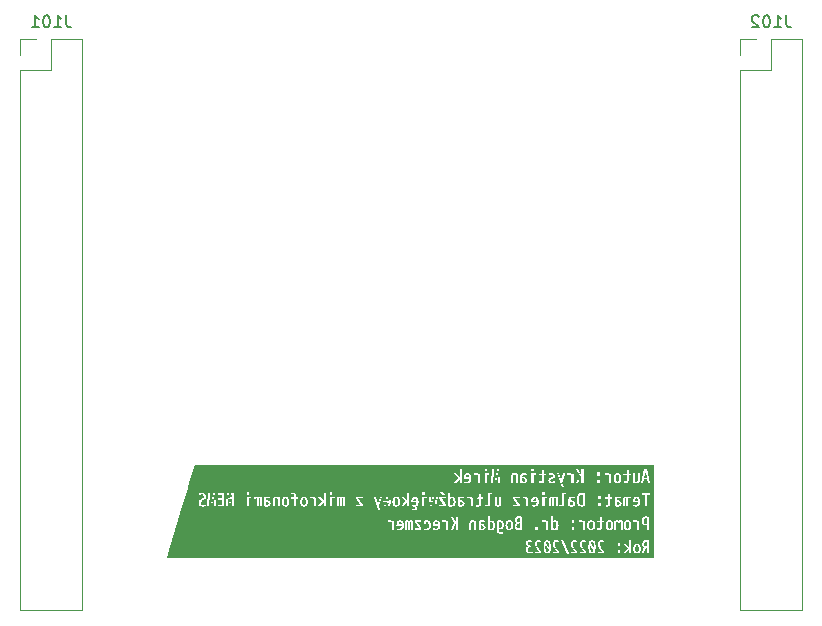
<source format=gbr>
%TF.GenerationSoftware,KiCad,Pcbnew,(6.0.8)*%
%TF.CreationDate,2022-11-02T21:14:56+01:00*%
%TF.ProjectId,inzynierka,696e7a79-6e69-4657-926b-612e6b696361,rev?*%
%TF.SameCoordinates,Original*%
%TF.FileFunction,Legend,Bot*%
%TF.FilePolarity,Positive*%
%FSLAX46Y46*%
G04 Gerber Fmt 4.6, Leading zero omitted, Abs format (unit mm)*
G04 Created by KiCad (PCBNEW (6.0.8)) date 2022-11-02 21:14:56*
%MOMM*%
%LPD*%
G01*
G04 APERTURE LIST*
%ADD10C,0.150000*%
%ADD11C,0.120000*%
%ADD12C,3.200000*%
%ADD13R,1.700000X1.700000*%
%ADD14O,1.700000X1.700000*%
%ADD15C,0.610000*%
%ADD16C,0.500000*%
%ADD17C,2.200000*%
%ADD18R,2.000000X2.000000*%
%ADD19C,2.000000*%
%ADD20O,2.500000X1.524000*%
G04 APERTURE END LIST*
D10*
%TO.C,J102*%
X137765714Y-82932380D02*
X137765714Y-83646666D01*
X137813333Y-83789523D01*
X137908571Y-83884761D01*
X138051428Y-83932380D01*
X138146666Y-83932380D01*
X136765714Y-83932380D02*
X137337142Y-83932380D01*
X137051428Y-83932380D02*
X137051428Y-82932380D01*
X137146666Y-83075238D01*
X137241904Y-83170476D01*
X137337142Y-83218095D01*
X136146666Y-82932380D02*
X136051428Y-82932380D01*
X135956190Y-82980000D01*
X135908571Y-83027619D01*
X135860952Y-83122857D01*
X135813333Y-83313333D01*
X135813333Y-83551428D01*
X135860952Y-83741904D01*
X135908571Y-83837142D01*
X135956190Y-83884761D01*
X136051428Y-83932380D01*
X136146666Y-83932380D01*
X136241904Y-83884761D01*
X136289523Y-83837142D01*
X136337142Y-83741904D01*
X136384761Y-83551428D01*
X136384761Y-83313333D01*
X136337142Y-83122857D01*
X136289523Y-83027619D01*
X136241904Y-82980000D01*
X136146666Y-82932380D01*
X135432380Y-83027619D02*
X135384761Y-82980000D01*
X135289523Y-82932380D01*
X135051428Y-82932380D01*
X134956190Y-82980000D01*
X134908571Y-83027619D01*
X134860952Y-83122857D01*
X134860952Y-83218095D01*
X134908571Y-83360952D01*
X135480000Y-83932380D01*
X134860952Y-83932380D01*
%TO.C,J101*%
X76805714Y-82932380D02*
X76805714Y-83646666D01*
X76853333Y-83789523D01*
X76948571Y-83884761D01*
X77091428Y-83932380D01*
X77186666Y-83932380D01*
X75805714Y-83932380D02*
X76377142Y-83932380D01*
X76091428Y-83932380D02*
X76091428Y-82932380D01*
X76186666Y-83075238D01*
X76281904Y-83170476D01*
X76377142Y-83218095D01*
X75186666Y-82932380D02*
X75091428Y-82932380D01*
X74996190Y-82980000D01*
X74948571Y-83027619D01*
X74900952Y-83122857D01*
X74853333Y-83313333D01*
X74853333Y-83551428D01*
X74900952Y-83741904D01*
X74948571Y-83837142D01*
X74996190Y-83884761D01*
X75091428Y-83932380D01*
X75186666Y-83932380D01*
X75281904Y-83884761D01*
X75329523Y-83837142D01*
X75377142Y-83741904D01*
X75424761Y-83551428D01*
X75424761Y-83313333D01*
X75377142Y-83122857D01*
X75329523Y-83027619D01*
X75281904Y-82980000D01*
X75186666Y-82932380D01*
X73900952Y-83932380D02*
X74472380Y-83932380D01*
X74186666Y-83932380D02*
X74186666Y-82932380D01*
X74281904Y-83075238D01*
X74377142Y-83170476D01*
X74472380Y-83218095D01*
D11*
%TO.C,J102*%
X133880000Y-84920000D02*
X133880000Y-86250000D01*
X139080000Y-133300000D02*
X133880000Y-133300000D01*
X139080000Y-84920000D02*
X139080000Y-133300000D01*
X139080000Y-84920000D02*
X136480000Y-84920000D01*
X133880000Y-87520000D02*
X133880000Y-133300000D01*
X136480000Y-84920000D02*
X136480000Y-87520000D01*
X135210000Y-84920000D02*
X133880000Y-84920000D01*
X136480000Y-87520000D02*
X133880000Y-87520000D01*
%TO.C,J101*%
X78120000Y-84920000D02*
X75520000Y-84920000D01*
X74250000Y-84920000D02*
X72920000Y-84920000D01*
X72920000Y-84920000D02*
X72920000Y-86250000D01*
X78120000Y-84920000D02*
X78120000Y-133300000D01*
X78120000Y-133300000D02*
X72920000Y-133300000D01*
X75520000Y-87520000D02*
X72920000Y-87520000D01*
X75520000Y-84920000D02*
X75520000Y-87520000D01*
X72920000Y-87520000D02*
X72920000Y-133300000D01*
%TO.C,kibuzzard-6361BCC4*%
G36*
X125980355Y-122072673D02*
G01*
X125762867Y-122072673D01*
X125870817Y-121528161D01*
X125872405Y-121528161D01*
X125980355Y-122072673D01*
G37*
G36*
X114389670Y-125805895D02*
G01*
X114436101Y-125851555D01*
X114462110Y-125939214D01*
X114470779Y-126080433D01*
X114462110Y-126221651D01*
X114436101Y-126309310D01*
X114389670Y-126354970D01*
X114319736Y-126370190D01*
X114249801Y-126354970D01*
X114203370Y-126309310D01*
X114177361Y-126221651D01*
X114168692Y-126080433D01*
X114177361Y-125939214D01*
X114203370Y-125851555D01*
X114249801Y-125805895D01*
X114319736Y-125790675D01*
X114389670Y-125805895D01*
G37*
G36*
X108251787Y-125836913D02*
G01*
X108278759Y-125907811D01*
X108291859Y-126018782D01*
X108017515Y-126018782D01*
X108026762Y-125910701D01*
X108051422Y-125839225D01*
X108148522Y-125786052D01*
X108251787Y-125836913D01*
G37*
G36*
X110255205Y-124099911D02*
G01*
X110321481Y-124129236D01*
X110359605Y-124178895D01*
X110372313Y-124249667D01*
X110331648Y-124353676D01*
X110217473Y-124390431D01*
X110114246Y-124370099D01*
X110114246Y-124090135D01*
X110158039Y-124090135D01*
X110255205Y-124099911D01*
G37*
G36*
X115207503Y-126351695D02*
G01*
X115121192Y-126364025D01*
X115037771Y-126351502D01*
X114978625Y-126313934D01*
X114943369Y-126249008D01*
X114931617Y-126154413D01*
X114944332Y-126058470D01*
X114982478Y-125992581D01*
X115047982Y-125954434D01*
X115142770Y-125941719D01*
X115207503Y-125941719D01*
X115207503Y-126351695D01*
G37*
G36*
X95445707Y-123811541D02*
G01*
X95492824Y-123857876D01*
X95519217Y-123946830D01*
X95528015Y-124090135D01*
X95519217Y-124233441D01*
X95492824Y-124322395D01*
X95445707Y-124368730D01*
X95374739Y-124384175D01*
X95303770Y-124368730D01*
X95256654Y-124322395D01*
X95230261Y-124233441D01*
X95221463Y-124090135D01*
X95230261Y-123946830D01*
X95256654Y-123857876D01*
X95303770Y-123811541D01*
X95374739Y-123796096D01*
X95445707Y-123811541D01*
G37*
G36*
X110842351Y-121809545D02*
G01*
X110886405Y-121848836D01*
X110914186Y-121921861D01*
X110927680Y-122036161D01*
X110645105Y-122036161D01*
X110654630Y-121924837D01*
X110680030Y-121851217D01*
X110780042Y-121796448D01*
X110842351Y-121809545D01*
G37*
G36*
X125146620Y-123804307D02*
G01*
X125190022Y-123843017D01*
X125217393Y-123914963D01*
X125230687Y-124027574D01*
X124952288Y-124027574D01*
X124961672Y-123917896D01*
X124986697Y-123845363D01*
X125085231Y-123791404D01*
X125146620Y-123804307D01*
G37*
G36*
X122866612Y-125805895D02*
G01*
X122913043Y-125851555D01*
X122939051Y-125939214D01*
X122947721Y-126080433D01*
X122939051Y-126221651D01*
X122913043Y-126309310D01*
X122866612Y-126354970D01*
X122796677Y-126370190D01*
X122726743Y-126354970D01*
X122680312Y-126309310D01*
X122654303Y-126221651D01*
X122645634Y-126080433D01*
X122654303Y-125939214D01*
X122680312Y-125851555D01*
X122726743Y-125805895D01*
X122796677Y-125790675D01*
X122866612Y-125805895D01*
G37*
G36*
X120533877Y-123489544D02*
G01*
X120533877Y-124363842D01*
X120463495Y-124377919D01*
X120354208Y-124352894D01*
X120279720Y-124277820D01*
X120248005Y-124192493D01*
X120228976Y-124069977D01*
X120222633Y-123910271D01*
X120229063Y-123765684D01*
X120248353Y-123653073D01*
X120280502Y-123572438D01*
X120355185Y-123499711D01*
X120463495Y-123475468D01*
X120533877Y-123489544D01*
G37*
G36*
X117652519Y-128214878D02*
G01*
X117605426Y-128321977D01*
X117529469Y-128353119D01*
X117449714Y-128318179D01*
X117422940Y-128267288D01*
X117401862Y-128184495D01*
X117391734Y-128110226D01*
X117385657Y-128019078D01*
X117383632Y-127911050D01*
X117384771Y-127828637D01*
X117388189Y-127757617D01*
X117652519Y-128214878D01*
G37*
G36*
X97009746Y-123811541D02*
G01*
X97056863Y-123857876D01*
X97083256Y-123946830D01*
X97092054Y-124090135D01*
X97083256Y-124233441D01*
X97056863Y-124322395D01*
X97009746Y-124368730D01*
X96938778Y-124384175D01*
X96867810Y-124368730D01*
X96820693Y-124322395D01*
X96794300Y-124233441D01*
X96785502Y-124090135D01*
X96794300Y-123946830D01*
X96820693Y-123857876D01*
X96867810Y-123811541D01*
X96938778Y-123796096D01*
X97009746Y-123811541D01*
G37*
G36*
X123549540Y-124099911D02*
G01*
X123615816Y-124129236D01*
X123653940Y-124178895D01*
X123666648Y-124249667D01*
X123625983Y-124353676D01*
X123511808Y-124390431D01*
X123408581Y-124370099D01*
X123408581Y-124090135D01*
X123452374Y-124090135D01*
X123549540Y-124099911D01*
G37*
G36*
X93832791Y-124099911D02*
G01*
X93899068Y-124129236D01*
X93937191Y-124178895D01*
X93949899Y-124249667D01*
X93909234Y-124353676D01*
X93795059Y-124390431D01*
X93691832Y-124370099D01*
X93691832Y-124090135D01*
X93735625Y-124090135D01*
X93832791Y-124099911D01*
G37*
G36*
X121450366Y-128214878D02*
G01*
X121403273Y-128321977D01*
X121327316Y-128353119D01*
X121247561Y-128318179D01*
X121220787Y-128267288D01*
X121199708Y-128184495D01*
X121189581Y-128110226D01*
X121183504Y-128019078D01*
X121181479Y-127911050D01*
X121182618Y-127828637D01*
X121186036Y-127757617D01*
X121450366Y-128214878D01*
G37*
G36*
X115571316Y-122109583D02*
G01*
X115638586Y-122139348D01*
X115677281Y-122189751D01*
X115690180Y-122261586D01*
X115648905Y-122367154D01*
X115533017Y-122404461D01*
X115428242Y-122383823D01*
X115428242Y-122099661D01*
X115472692Y-122099661D01*
X115571316Y-122109583D01*
G37*
G36*
X125996337Y-125487047D02*
G01*
X125996337Y-125960214D01*
X125906944Y-125971003D01*
X125823909Y-125956554D01*
X125765919Y-125913206D01*
X125731818Y-125835179D01*
X125720452Y-125716695D01*
X125731818Y-125606494D01*
X125765919Y-125531743D01*
X125823909Y-125488973D01*
X125906944Y-125474717D01*
X125996337Y-125487047D01*
G37*
G36*
X123558425Y-121816887D02*
G01*
X123606248Y-121863917D01*
X123633037Y-121954206D01*
X123641967Y-122099661D01*
X123633037Y-122245115D01*
X123606248Y-122335404D01*
X123558425Y-122382434D01*
X123486392Y-122398111D01*
X123414359Y-122382434D01*
X123366536Y-122335404D01*
X123339747Y-122245115D01*
X123330817Y-122099661D01*
X123339747Y-121954206D01*
X123366536Y-121863917D01*
X123414359Y-121816887D01*
X123486392Y-121801211D01*
X123558425Y-121816887D01*
G37*
G36*
X124407874Y-125805895D02*
G01*
X124454305Y-125851555D01*
X124480314Y-125939214D01*
X124488983Y-126080433D01*
X124480314Y-126221651D01*
X124454305Y-126309310D01*
X124407874Y-126354970D01*
X124337939Y-126370190D01*
X124268005Y-126354970D01*
X124221574Y-126309310D01*
X124195565Y-126221651D01*
X124186896Y-126080433D01*
X124195565Y-125939214D01*
X124221574Y-125851555D01*
X124268005Y-125805895D01*
X124337939Y-125790675D01*
X124407874Y-125805895D01*
G37*
G36*
X125194094Y-127799963D02*
G01*
X125239858Y-127844968D01*
X125265493Y-127931369D01*
X125274039Y-128070560D01*
X125265493Y-128209751D01*
X125239858Y-128296152D01*
X125194094Y-128341156D01*
X125125163Y-128356158D01*
X125056232Y-128341156D01*
X125010468Y-128296152D01*
X124984833Y-128209751D01*
X124976287Y-128070560D01*
X124984833Y-127931369D01*
X125010468Y-127844968D01*
X125056232Y-127799963D01*
X125125163Y-127784962D01*
X125194094Y-127799963D01*
G37*
G36*
X121325350Y-125805895D02*
G01*
X121371780Y-125851555D01*
X121397789Y-125939214D01*
X121406459Y-126080433D01*
X121397789Y-126221651D01*
X121371780Y-126309310D01*
X121325350Y-126354970D01*
X121255415Y-126370190D01*
X121185480Y-126354970D01*
X121139050Y-126309310D01*
X121113041Y-126221651D01*
X121104371Y-126080433D01*
X121113041Y-125939214D01*
X121139050Y-125851555D01*
X121185480Y-125805895D01*
X121255415Y-125790675D01*
X121325350Y-125805895D01*
G37*
G36*
X116544403Y-123804307D02*
G01*
X116587805Y-123843017D01*
X116615176Y-123914963D01*
X116628470Y-124027574D01*
X116350071Y-124027574D01*
X116359456Y-123917896D01*
X116384480Y-123845363D01*
X116483015Y-123791404D01*
X116544403Y-123804307D01*
G37*
G36*
X104829944Y-123811541D02*
G01*
X104877060Y-123857876D01*
X104903453Y-123946830D01*
X104912251Y-124090135D01*
X104903453Y-124233441D01*
X104877060Y-124322395D01*
X104829944Y-124368730D01*
X104758975Y-124384175D01*
X104688007Y-124368730D01*
X104640890Y-124322395D01*
X104614497Y-124233441D01*
X104605699Y-124090135D01*
X104614497Y-123946830D01*
X104640890Y-123857876D01*
X104688007Y-123811541D01*
X104758975Y-123796096D01*
X104829944Y-123811541D01*
G37*
G36*
X87693024Y-120975182D02*
G01*
X126576196Y-120975182D01*
X126576196Y-128857030D01*
X85328470Y-128857030D01*
X85541624Y-128146517D01*
X115718656Y-128146517D01*
X115728150Y-128248636D01*
X115756634Y-128332189D01*
X115804107Y-128397174D01*
X115870570Y-128443593D01*
X115956021Y-128471443D01*
X116060462Y-128480727D01*
X116184272Y-128468574D01*
X116194209Y-128465536D01*
X116496455Y-128465536D01*
X117043345Y-128465536D01*
X117043345Y-128333371D01*
X116945810Y-128219993D01*
X116863280Y-128111638D01*
X116795756Y-128008306D01*
X116743800Y-127911050D01*
X117225642Y-127911050D01*
X117229608Y-128045831D01*
X117241508Y-128160526D01*
X117261341Y-128255135D01*
X117304067Y-128362614D01*
X117360845Y-128431355D01*
X117434903Y-128468384D01*
X117529469Y-128480727D01*
X117624036Y-128468384D01*
X117629732Y-128465536D01*
X118015594Y-128465536D01*
X118562484Y-128465536D01*
X118562484Y-128333371D01*
X118464949Y-128219993D01*
X118382419Y-128111638D01*
X118314895Y-128008306D01*
X118262376Y-127909996D01*
X118224863Y-127816708D01*
X118202355Y-127728443D01*
X118194852Y-127645201D01*
X118203017Y-127567725D01*
X118227514Y-127514555D01*
X118327017Y-127473538D01*
X118436775Y-127495945D01*
X118562484Y-127563167D01*
X118562484Y-127420368D01*
X118545983Y-127411753D01*
X118478425Y-127376482D01*
X118410245Y-127356564D01*
X118732627Y-127356564D01*
X119220271Y-128526301D01*
X119366108Y-128526301D01*
X119340776Y-128465536D01*
X119534732Y-128465536D01*
X120081622Y-128465536D01*
X120294302Y-128465536D01*
X120841192Y-128465536D01*
X120841192Y-128333371D01*
X120743657Y-128219993D01*
X120661127Y-128111638D01*
X120593603Y-128008306D01*
X120541647Y-127911050D01*
X121023488Y-127911050D01*
X121027455Y-128045831D01*
X121039355Y-128160526D01*
X121059188Y-128255135D01*
X121101914Y-128362614D01*
X121158692Y-128431355D01*
X121232750Y-128468384D01*
X121327316Y-128480727D01*
X121421883Y-128468384D01*
X121427579Y-128465536D01*
X121813441Y-128465536D01*
X122360331Y-128465536D01*
X123492089Y-128465536D01*
X123719960Y-128465536D01*
X124031383Y-128465536D01*
X124227352Y-128465536D01*
X124479529Y-128120691D01*
X124479529Y-128465536D01*
X124646634Y-128465536D01*
X124646634Y-128070560D01*
X124806144Y-128070560D01*
X124814921Y-128201206D01*
X124841253Y-128305520D01*
X124885139Y-128383502D01*
X124946917Y-128437516D01*
X125026925Y-128469924D01*
X125125163Y-128480727D01*
X125223401Y-128469924D01*
X125234234Y-128465536D01*
X125539888Y-128465536D01*
X125714589Y-128465536D01*
X125802699Y-128146517D01*
X125856628Y-128034860D01*
X125948536Y-128005237D01*
X126007783Y-128005237D01*
X126007783Y-128465536D01*
X126177926Y-128465536D01*
X126177926Y-127371756D01*
X126050319Y-127348969D01*
X125996337Y-127345830D01*
X125919673Y-127341373D01*
X125809873Y-127350235D01*
X125721509Y-127376820D01*
X125654583Y-127421128D01*
X125607743Y-127484510D01*
X125579639Y-127568315D01*
X125570271Y-127672545D01*
X125580905Y-127771859D01*
X125612807Y-127852563D01*
X125665976Y-127914658D01*
X125740414Y-127958143D01*
X125740414Y-127961182D01*
X125682687Y-128036379D01*
X125634075Y-128155631D01*
X125539888Y-128465536D01*
X125234234Y-128465536D01*
X125303409Y-128437516D01*
X125365187Y-128383502D01*
X125409073Y-128305520D01*
X125435405Y-128201206D01*
X125444182Y-128070560D01*
X125435405Y-127939914D01*
X125409073Y-127835600D01*
X125365187Y-127757617D01*
X125303409Y-127703603D01*
X125223401Y-127671195D01*
X125174845Y-127665855D01*
X125125163Y-127660392D01*
X125026925Y-127671195D01*
X124946917Y-127703603D01*
X124885139Y-127757617D01*
X124841253Y-127835600D01*
X124814921Y-127939914D01*
X124806144Y-128070560D01*
X124646634Y-128070560D01*
X124646634Y-127326182D01*
X124479529Y-127326182D01*
X124479529Y-127994603D01*
X124337939Y-127817616D01*
X124224314Y-127675584D01*
X124031383Y-127675584D01*
X124347364Y-128055368D01*
X124031383Y-128465536D01*
X123719960Y-128465536D01*
X123719960Y-128207282D01*
X123492089Y-128207282D01*
X123492089Y-128465536D01*
X122360331Y-128465536D01*
X122360331Y-128333371D01*
X122262796Y-128219993D01*
X122180266Y-128111638D01*
X122112742Y-128008306D01*
X122060223Y-127909996D01*
X122045375Y-127873072D01*
X123492089Y-127873072D01*
X123719960Y-127873072D01*
X123719960Y-127614818D01*
X123492089Y-127614818D01*
X123492089Y-127873072D01*
X122045375Y-127873072D01*
X122022710Y-127816708D01*
X122000202Y-127728443D01*
X121992699Y-127645201D01*
X122000864Y-127567725D01*
X122025360Y-127514555D01*
X122124864Y-127473538D01*
X122234622Y-127495945D01*
X122360331Y-127563167D01*
X122360331Y-127420368D01*
X122276271Y-127376482D01*
X122186136Y-127350150D01*
X122089924Y-127341373D01*
X121974659Y-127360172D01*
X121918158Y-127397882D01*
X121890157Y-127416570D01*
X121838316Y-127509428D01*
X121821036Y-127637605D01*
X121830573Y-127733817D01*
X121859184Y-127836106D01*
X121906868Y-127944471D01*
X121956382Y-128031252D01*
X122019094Y-128124489D01*
X122095003Y-128224183D01*
X122184110Y-128330332D01*
X122184110Y-128333371D01*
X121813441Y-128333371D01*
X121813441Y-128465536D01*
X121427579Y-128465536D01*
X121495941Y-128431355D01*
X121552718Y-128362614D01*
X121595444Y-128255135D01*
X121615277Y-128160526D01*
X121627177Y-128045831D01*
X121631144Y-127911050D01*
X121627177Y-127776269D01*
X121615277Y-127661574D01*
X121595444Y-127566965D01*
X121552718Y-127459486D01*
X121495941Y-127390745D01*
X121421883Y-127353716D01*
X121327316Y-127341373D01*
X121255415Y-127350758D01*
X121232750Y-127353716D01*
X121158692Y-127390745D01*
X121101914Y-127459486D01*
X121059188Y-127566965D01*
X121039355Y-127661574D01*
X121027455Y-127776269D01*
X121023488Y-127911050D01*
X120541647Y-127911050D01*
X120541084Y-127909996D01*
X120503571Y-127816708D01*
X120481063Y-127728443D01*
X120473560Y-127645201D01*
X120481726Y-127567725D01*
X120506222Y-127514555D01*
X120605725Y-127473538D01*
X120715483Y-127495945D01*
X120841192Y-127563167D01*
X120841192Y-127420368D01*
X120757133Y-127376482D01*
X120666997Y-127350150D01*
X120570785Y-127341373D01*
X120551058Y-127344590D01*
X120455520Y-127360172D01*
X120371018Y-127416570D01*
X120319178Y-127509428D01*
X120301897Y-127637605D01*
X120311434Y-127733817D01*
X120340045Y-127836106D01*
X120387729Y-127944471D01*
X120437243Y-128031252D01*
X120499955Y-128124489D01*
X120575865Y-128224183D01*
X120664972Y-128330332D01*
X120664972Y-128333371D01*
X120294302Y-128333371D01*
X120294302Y-128465536D01*
X120081622Y-128465536D01*
X120081622Y-128333371D01*
X119984087Y-128219993D01*
X119901558Y-128111638D01*
X119834034Y-128008306D01*
X119781515Y-127909996D01*
X119744002Y-127816708D01*
X119721493Y-127728443D01*
X119713991Y-127645201D01*
X119722156Y-127567725D01*
X119746652Y-127514555D01*
X119846156Y-127473538D01*
X119955914Y-127495945D01*
X120081622Y-127563167D01*
X120081622Y-127420368D01*
X119997563Y-127376482D01*
X119907428Y-127350150D01*
X119829748Y-127343064D01*
X119829748Y-126219146D01*
X119598558Y-126219146D01*
X119598558Y-126481161D01*
X119829748Y-126481161D01*
X119829748Y-127343064D01*
X119695951Y-127360172D01*
X119611449Y-127416570D01*
X119559608Y-127509428D01*
X119542328Y-127637605D01*
X119551865Y-127733817D01*
X119580475Y-127836106D01*
X119628159Y-127944471D01*
X119677674Y-128031252D01*
X119740386Y-128124489D01*
X119816295Y-128224183D01*
X119905402Y-128330332D01*
X119905402Y-128333371D01*
X119534732Y-128333371D01*
X119534732Y-128465536D01*
X119340776Y-128465536D01*
X118878464Y-127356564D01*
X118732627Y-127356564D01*
X118410245Y-127356564D01*
X118388289Y-127350150D01*
X118292077Y-127341373D01*
X118176812Y-127360172D01*
X118149772Y-127378220D01*
X118092310Y-127416570D01*
X118040470Y-127509428D01*
X118023189Y-127637605D01*
X118032726Y-127733817D01*
X118061337Y-127836106D01*
X118109021Y-127944471D01*
X118158535Y-128031252D01*
X118221247Y-128124489D01*
X118297157Y-128224183D01*
X118386264Y-128330332D01*
X118386264Y-128333371D01*
X118015594Y-128333371D01*
X118015594Y-128465536D01*
X117629732Y-128465536D01*
X117698094Y-128431355D01*
X117754871Y-128362614D01*
X117797597Y-128255135D01*
X117817430Y-128160526D01*
X117829330Y-128045831D01*
X117833297Y-127911050D01*
X117829330Y-127776269D01*
X117817430Y-127661574D01*
X117797597Y-127566965D01*
X117754871Y-127459486D01*
X117698094Y-127390745D01*
X117693581Y-127388489D01*
X117624036Y-127353716D01*
X117529469Y-127341373D01*
X117468534Y-127349326D01*
X117434903Y-127353716D01*
X117360845Y-127390745D01*
X117304067Y-127459486D01*
X117261341Y-127566965D01*
X117241508Y-127661574D01*
X117229608Y-127776269D01*
X117225642Y-127911050D01*
X116743800Y-127911050D01*
X116743237Y-127909996D01*
X116705724Y-127816708D01*
X116683216Y-127728443D01*
X116675713Y-127645201D01*
X116683879Y-127567725D01*
X116708375Y-127514555D01*
X116807878Y-127473538D01*
X116917636Y-127495945D01*
X117043345Y-127563167D01*
X117043345Y-127420368D01*
X117025267Y-127410930D01*
X116959286Y-127376482D01*
X116869150Y-127350150D01*
X116772938Y-127341373D01*
X116751847Y-127344813D01*
X116657674Y-127360172D01*
X116573171Y-127416570D01*
X116521331Y-127509428D01*
X116504051Y-127637605D01*
X116513587Y-127733817D01*
X116542198Y-127836106D01*
X116589882Y-127944471D01*
X116639396Y-128031252D01*
X116702108Y-128124489D01*
X116778018Y-128224183D01*
X116867125Y-128330332D01*
X116867125Y-128333371D01*
X116496455Y-128333371D01*
X116496455Y-128465536D01*
X116194209Y-128465536D01*
X116303524Y-128432115D01*
X116303524Y-128286277D01*
X116193007Y-128332991D01*
X116080211Y-128348562D01*
X115996468Y-128335459D01*
X115936652Y-128296152D01*
X115900763Y-128230639D01*
X115888799Y-128138921D01*
X115902472Y-128048722D01*
X115943488Y-127987767D01*
X116017926Y-127953016D01*
X116131862Y-127941433D01*
X116162244Y-127941433D01*
X116162244Y-127807749D01*
X116131862Y-127807749D01*
X116025902Y-127796355D01*
X115954122Y-127762174D01*
X115913106Y-127703308D01*
X115899433Y-127617856D01*
X115916988Y-127536836D01*
X115969651Y-127488223D01*
X116057424Y-127472019D01*
X116164523Y-127487970D01*
X116282256Y-127535823D01*
X116282256Y-127394543D01*
X116194484Y-127365004D01*
X116109412Y-127347281D01*
X116027041Y-127341373D01*
X115902092Y-127358273D01*
X115809804Y-127408975D01*
X115774505Y-127458982D01*
X115752836Y-127489679D01*
X115733847Y-127596588D01*
X115745241Y-127693908D01*
X115779421Y-127771669D01*
X115836389Y-127829871D01*
X115916144Y-127868514D01*
X115916144Y-127870033D01*
X115829743Y-127901555D01*
X115768028Y-127958143D01*
X115730999Y-128039797D01*
X115718656Y-128146517D01*
X85541624Y-128146517D01*
X86286291Y-125664292D01*
X104028728Y-125664292D01*
X104028728Y-125792217D01*
X104146720Y-125797183D01*
X104260260Y-125812082D01*
X104369347Y-125836913D01*
X104367806Y-126481161D01*
X104537345Y-126481161D01*
X104537345Y-126077350D01*
X104768534Y-126077350D01*
X104771617Y-126139001D01*
X105209335Y-126139001D01*
X105191418Y-126247082D01*
X105153079Y-126318558D01*
X105093162Y-126358438D01*
X105010512Y-126371731D01*
X104915725Y-126361328D01*
X104810148Y-126330117D01*
X104810148Y-126458042D01*
X104923046Y-126486940D01*
X105030549Y-126496573D01*
X105138865Y-126485014D01*
X105148711Y-126481161D01*
X105488304Y-126481161D01*
X105643971Y-126481161D01*
X105643971Y-125864656D01*
X105656301Y-125806088D01*
X105699456Y-125790675D01*
X105762648Y-125812253D01*
X105762648Y-126481161D01*
X105916774Y-126481161D01*
X105916774Y-125864656D01*
X105929104Y-125806859D01*
X105973801Y-125790675D01*
X106035452Y-125812253D01*
X106035452Y-126481161D01*
X106197284Y-126481161D01*
X106340621Y-126481161D01*
X106887770Y-126481161D01*
X106887770Y-126356318D01*
X106640904Y-125972544D01*
X107118959Y-125972544D01*
X107280791Y-125972544D01*
X107280791Y-125795299D01*
X107322405Y-125790675D01*
X107400625Y-125808978D01*
X107459578Y-125863885D01*
X107496568Y-125954627D01*
X107508898Y-126080433D01*
X107494641Y-126209899D01*
X107451871Y-126302374D01*
X107384441Y-126357860D01*
X107296204Y-126376355D01*
X107212976Y-126365181D01*
X107126665Y-126331658D01*
X107126665Y-126458042D01*
X107219526Y-126486940D01*
X107316240Y-126496573D01*
X107423615Y-126484928D01*
X107513522Y-126449993D01*
X107585961Y-126391768D01*
X107639049Y-126310594D01*
X107670902Y-126206816D01*
X107681520Y-126080433D01*
X107681276Y-126077350D01*
X107851058Y-126077350D01*
X107854141Y-126139001D01*
X108291859Y-126139001D01*
X108273942Y-126247082D01*
X108235603Y-126318558D01*
X108175687Y-126358438D01*
X108093037Y-126371731D01*
X107998249Y-126361328D01*
X107892672Y-126330117D01*
X107892672Y-126458042D01*
X108005570Y-126486940D01*
X108113073Y-126496573D01*
X108221389Y-126485014D01*
X108310012Y-126450335D01*
X108378941Y-126392538D01*
X108428175Y-126311622D01*
X108457716Y-126207587D01*
X108467563Y-126080433D01*
X108458573Y-125953278D01*
X108431600Y-125849243D01*
X108392239Y-125778392D01*
X108386647Y-125768327D01*
X108323712Y-125710530D01*
X108242796Y-125675851D01*
X108143898Y-125664292D01*
X108652515Y-125664292D01*
X108652515Y-125792217D01*
X108770507Y-125797183D01*
X108884047Y-125812082D01*
X108993134Y-125836913D01*
X108991592Y-126481161D01*
X109161131Y-126481161D01*
X109353789Y-126481161D01*
X109540282Y-126481161D01*
X109810003Y-125941719D01*
X109813085Y-125941719D01*
X109813085Y-126481161D01*
X109985706Y-126481161D01*
X110944371Y-126481161D01*
X111110828Y-126481161D01*
X111110828Y-125934013D01*
X111141653Y-125821501D01*
X111255706Y-125790675D01*
X111360512Y-125824583D01*
X111360512Y-126481161D01*
X111530051Y-126481161D01*
X111530051Y-126447253D01*
X111722709Y-126447253D01*
X111808848Y-126474653D01*
X111898755Y-126491093D01*
X111992430Y-126496573D01*
X112126327Y-126479619D01*
X112189711Y-126447253D01*
X112493340Y-126447253D01*
X112572458Y-126474653D01*
X112659796Y-126491093D01*
X112755354Y-126496573D01*
X112862044Y-126486041D01*
X112947841Y-126454446D01*
X112990900Y-126419510D01*
X113256265Y-126419510D01*
X113270907Y-126539729D01*
X113314833Y-126641452D01*
X113388043Y-126724680D01*
X113460530Y-126773230D01*
X113546215Y-126807908D01*
X113645096Y-126828715D01*
X113757175Y-126835651D01*
X113757175Y-126706185D01*
X113658620Y-126698479D01*
X113576676Y-126675360D01*
X113511344Y-126636828D01*
X113447189Y-126553600D01*
X113425804Y-126442629D01*
X113425804Y-126419510D01*
X113491307Y-126442629D01*
X113561435Y-126450335D01*
X113651855Y-126439418D01*
X113725836Y-126406666D01*
X113783376Y-126352080D01*
X113824477Y-126275659D01*
X113849137Y-126177404D01*
X113855775Y-126080433D01*
X113996071Y-126080433D01*
X114004976Y-126212981D01*
X114031691Y-126318814D01*
X114076216Y-126397933D01*
X114138894Y-126452733D01*
X114220067Y-126485613D01*
X114319736Y-126496573D01*
X114419404Y-126485613D01*
X114500577Y-126452733D01*
X114563255Y-126397933D01*
X114607780Y-126318814D01*
X114634496Y-126212981D01*
X114638224Y-126157496D01*
X114763619Y-126157496D01*
X114773552Y-126261103D01*
X114803349Y-126345872D01*
X114853012Y-126411804D01*
X114922540Y-126458898D01*
X115011934Y-126487155D01*
X115121192Y-126496573D01*
X115252199Y-126488867D01*
X115294839Y-126481161D01*
X116505245Y-126481161D01*
X116751847Y-126481161D01*
X116751847Y-126219146D01*
X116505245Y-126219146D01*
X116505245Y-126481161D01*
X115294839Y-126481161D01*
X115380124Y-126465748D01*
X115380124Y-125792217D01*
X117129456Y-125792217D01*
X117247449Y-125797183D01*
X117360988Y-125812082D01*
X117470075Y-125836913D01*
X117468534Y-126481161D01*
X117638073Y-126481161D01*
X117638073Y-126447253D01*
X117887757Y-126447253D01*
X117966876Y-126474653D01*
X118054214Y-126491093D01*
X118149772Y-126496573D01*
X118256462Y-126486041D01*
X118342258Y-126454446D01*
X118407163Y-126401786D01*
X118452544Y-126323952D01*
X118479773Y-126216834D01*
X118488850Y-126080433D01*
X118481058Y-125946343D01*
X118457682Y-125839996D01*
X118418722Y-125761391D01*
X118363665Y-125707447D01*
X118291996Y-125675081D01*
X118203716Y-125664292D01*
X118128580Y-125672769D01*
X118057296Y-125698200D01*
X118057296Y-125618054D01*
X119598558Y-125618054D01*
X119598558Y-125880068D01*
X119829748Y-125880068D01*
X119829748Y-125792217D01*
X120211981Y-125792217D01*
X120329973Y-125797183D01*
X120443513Y-125812082D01*
X120552600Y-125836913D01*
X120551058Y-126481161D01*
X120720597Y-126481161D01*
X120720597Y-126080433D01*
X120931750Y-126080433D01*
X120940655Y-126212981D01*
X120967370Y-126318814D01*
X121011896Y-126397933D01*
X121074574Y-126452733D01*
X121155747Y-126485613D01*
X121255415Y-126496573D01*
X121355083Y-126485613D01*
X121436257Y-126452733D01*
X121498935Y-126397933D01*
X121543460Y-126318814D01*
X121570175Y-126212981D01*
X121579080Y-126080433D01*
X121570175Y-125947884D01*
X121543460Y-125842051D01*
X121539701Y-125835372D01*
X121740913Y-125835372D01*
X121999845Y-125835372D01*
X121999845Y-126219146D01*
X121979808Y-126335511D01*
X121887333Y-126360942D01*
X121822214Y-126355163D01*
X121756325Y-126337823D01*
X121756325Y-126478078D01*
X121833003Y-126491950D01*
X121918158Y-126496573D01*
X122037028Y-126483473D01*
X122113128Y-126444170D01*
X122154164Y-126369419D01*
X122167842Y-126249971D01*
X122167842Y-126080433D01*
X122473012Y-126080433D01*
X122481917Y-126212981D01*
X122508633Y-126318814D01*
X122553158Y-126397933D01*
X122615836Y-126452733D01*
X122697009Y-126485613D01*
X122796677Y-126496573D01*
X122896346Y-126485613D01*
X122907337Y-126481161D01*
X123212818Y-126481161D01*
X123368486Y-126481161D01*
X123368486Y-125864656D01*
X123380816Y-125806088D01*
X123423971Y-125790675D01*
X123487163Y-125812253D01*
X123487163Y-126481161D01*
X123641289Y-126481161D01*
X123641289Y-125864656D01*
X123653619Y-125806859D01*
X123698316Y-125790675D01*
X123759966Y-125812253D01*
X123759966Y-126481161D01*
X123921799Y-126481161D01*
X123921799Y-126080433D01*
X124014274Y-126080433D01*
X124023179Y-126212981D01*
X124049895Y-126318814D01*
X124094420Y-126397933D01*
X124157098Y-126452733D01*
X124238271Y-126485613D01*
X124337939Y-126496573D01*
X124437608Y-126485613D01*
X124518781Y-126452733D01*
X124581459Y-126397933D01*
X124625984Y-126318814D01*
X124652699Y-126212981D01*
X124661604Y-126080433D01*
X124652699Y-125947884D01*
X124625984Y-125842051D01*
X124597939Y-125792217D01*
X124835767Y-125792217D01*
X124953759Y-125797183D01*
X125067299Y-125812082D01*
X125176386Y-125836913D01*
X125174845Y-126481161D01*
X125344384Y-126481161D01*
X125344384Y-125744437D01*
X125246980Y-125716695D01*
X125552454Y-125716695D01*
X125562130Y-125839139D01*
X125591157Y-125937266D01*
X125639535Y-126011076D01*
X125707950Y-126062451D01*
X125797087Y-126093276D01*
X125906944Y-126103552D01*
X125996337Y-126095845D01*
X125996337Y-126481161D01*
X126168959Y-126481161D01*
X126168959Y-125371452D01*
X126082991Y-125354327D01*
X125995652Y-125344052D01*
X125906944Y-125340627D01*
X125794775Y-125350474D01*
X125785921Y-125353383D01*
X125704868Y-125380015D01*
X125637223Y-125429249D01*
X125590129Y-125500576D01*
X125561873Y-125596391D01*
X125552454Y-125716695D01*
X125246980Y-125716695D01*
X125221275Y-125709374D01*
X125095470Y-125684328D01*
X125049258Y-125678924D01*
X124966967Y-125669301D01*
X124835767Y-125664292D01*
X124835767Y-125792217D01*
X124597939Y-125792217D01*
X124581459Y-125762933D01*
X124518781Y-125708132D01*
X124437608Y-125675252D01*
X124337939Y-125664292D01*
X124238271Y-125675252D01*
X124157098Y-125708132D01*
X124094420Y-125762933D01*
X124049895Y-125842051D01*
X124023179Y-125947884D01*
X124014274Y-126080433D01*
X123921799Y-126080433D01*
X123921799Y-125722860D01*
X123819690Y-125678934D01*
X123704481Y-125664292D01*
X123626262Y-125673925D01*
X123567308Y-125702823D01*
X123511808Y-125680564D01*
X123495254Y-125673925D01*
X123414723Y-125664292D01*
X123316275Y-125675273D01*
X123255203Y-125708218D01*
X123223414Y-125773143D01*
X123212818Y-125880068D01*
X123212818Y-126481161D01*
X122907337Y-126481161D01*
X122977519Y-126452733D01*
X123040197Y-126397933D01*
X123084722Y-126318814D01*
X123111437Y-126212981D01*
X123120342Y-126080433D01*
X123111437Y-125947884D01*
X123084722Y-125842051D01*
X123040197Y-125762933D01*
X122977519Y-125708132D01*
X122896346Y-125675252D01*
X122796677Y-125664292D01*
X122697009Y-125675252D01*
X122635946Y-125699986D01*
X122615836Y-125708132D01*
X122553158Y-125762933D01*
X122508633Y-125842051D01*
X122481917Y-125947884D01*
X122473012Y-126080433D01*
X122167842Y-126080433D01*
X122167842Y-125835372D01*
X122326592Y-125835372D01*
X122326592Y-125710530D01*
X122167842Y-125710530D01*
X122167842Y-125417690D01*
X121999845Y-125417690D01*
X121999845Y-125710530D01*
X121740913Y-125710530D01*
X121740913Y-125835372D01*
X121539701Y-125835372D01*
X121498935Y-125762933D01*
X121436257Y-125708132D01*
X121355083Y-125675252D01*
X121255415Y-125664292D01*
X121155747Y-125675252D01*
X121074574Y-125708132D01*
X121011896Y-125762933D01*
X120967370Y-125842051D01*
X120940655Y-125947884D01*
X120931750Y-126080433D01*
X120720597Y-126080433D01*
X120720597Y-125744437D01*
X120597489Y-125709374D01*
X120471683Y-125684328D01*
X120463495Y-125683371D01*
X120343181Y-125669301D01*
X120211981Y-125664292D01*
X120211981Y-125792217D01*
X119829748Y-125792217D01*
X119829748Y-125618054D01*
X119598558Y-125618054D01*
X118057296Y-125618054D01*
X118057296Y-125325214D01*
X117887757Y-125325214D01*
X117887757Y-126447253D01*
X117638073Y-126447253D01*
X117638073Y-125744437D01*
X117514965Y-125709374D01*
X117389159Y-125684328D01*
X117260656Y-125669301D01*
X117130527Y-125664333D01*
X117130527Y-124496786D01*
X117305699Y-124496786D01*
X117693581Y-124496786D01*
X117851549Y-124496786D01*
X117851549Y-123871170D01*
X117864061Y-123811736D01*
X117907855Y-123796096D01*
X117971980Y-123817993D01*
X117971980Y-124496786D01*
X118128384Y-124496786D01*
X118128384Y-123871170D01*
X118140896Y-123812518D01*
X118186254Y-123796096D01*
X118248815Y-123817993D01*
X118248815Y-124496786D01*
X118413039Y-124496786D01*
X118413039Y-124370099D01*
X118545983Y-124370099D01*
X118545983Y-124496786D01*
X118930736Y-124496786D01*
X118930736Y-124462377D01*
X119328002Y-124462377D01*
X119415415Y-124490182D01*
X119506650Y-124506865D01*
X119601709Y-124512426D01*
X119737585Y-124495222D01*
X119838661Y-124443608D01*
X119901418Y-124360714D01*
X119922337Y-124249667D01*
X119898681Y-124130996D01*
X119827713Y-124043996D01*
X119753942Y-124004461D01*
X119658797Y-123980740D01*
X119542276Y-123972833D01*
X119498483Y-123972833D01*
X119498483Y-123946244D01*
X119505677Y-123910271D01*
X120052153Y-123910271D01*
X120057279Y-124051903D01*
X120072659Y-124172334D01*
X120098292Y-124271564D01*
X120154793Y-124384761D01*
X120232017Y-124458467D01*
X120333680Y-124498936D01*
X120463495Y-124512426D01*
X120591355Y-124504606D01*
X120630585Y-124496786D01*
X121846106Y-124496786D01*
X122080712Y-124496786D01*
X122080712Y-124230899D01*
X121846106Y-124230899D01*
X121846106Y-124496786D01*
X120630585Y-124496786D01*
X120709049Y-124481145D01*
X120709049Y-123620924D01*
X121846106Y-123620924D01*
X121846106Y-123886810D01*
X122080712Y-123886810D01*
X122080712Y-123841453D01*
X122456081Y-123841453D01*
X122718840Y-123841453D01*
X122718840Y-124230899D01*
X122698507Y-124348984D01*
X122604665Y-124374791D01*
X122538584Y-124368926D01*
X122471722Y-124351330D01*
X122471722Y-124493658D01*
X122549533Y-124507734D01*
X122635946Y-124512426D01*
X122756572Y-124499132D01*
X122827740Y-124462377D01*
X123238101Y-124462377D01*
X123325513Y-124490182D01*
X123416749Y-124506865D01*
X123511808Y-124512426D01*
X123635332Y-124496786D01*
X123949739Y-124496786D01*
X124107707Y-124496786D01*
X124107707Y-123871170D01*
X124120219Y-123811736D01*
X124164012Y-123796096D01*
X124228138Y-123817993D01*
X124228138Y-124496786D01*
X124384542Y-124496786D01*
X124384542Y-123871170D01*
X124397054Y-123812518D01*
X124442411Y-123796096D01*
X124504973Y-123817993D01*
X124504973Y-124496786D01*
X124669197Y-124496786D01*
X124669197Y-124087007D01*
X124783372Y-124087007D01*
X124786500Y-124149569D01*
X125230687Y-124149569D01*
X125212505Y-124259247D01*
X125173600Y-124331780D01*
X125112798Y-124372249D01*
X125028926Y-124385739D01*
X124932738Y-124375182D01*
X124825601Y-124343510D01*
X124825601Y-124473325D01*
X124940167Y-124502651D01*
X125049258Y-124512426D01*
X125159176Y-124500696D01*
X125249108Y-124465505D01*
X125319055Y-124406853D01*
X125369018Y-124324741D01*
X125398995Y-124219169D01*
X125408988Y-124090135D01*
X125399864Y-123961102D01*
X125372493Y-123855530D01*
X125326875Y-123773417D01*
X125263011Y-123714766D01*
X125180898Y-123679575D01*
X125080539Y-123667845D01*
X125058017Y-123670559D01*
X124988956Y-123678880D01*
X124914404Y-123711986D01*
X124856882Y-123767161D01*
X124816043Y-123846840D01*
X124791540Y-123953456D01*
X124783372Y-124087007D01*
X124669197Y-124087007D01*
X124669197Y-123727278D01*
X124565579Y-123682703D01*
X124448667Y-123667845D01*
X124369292Y-123677620D01*
X124309468Y-123706946D01*
X124236349Y-123677620D01*
X124169017Y-123669566D01*
X124154628Y-123667845D01*
X124054725Y-123678989D01*
X123992750Y-123712420D01*
X123960492Y-123778305D01*
X123949739Y-123886810D01*
X123949739Y-124496786D01*
X123635332Y-124496786D01*
X123647684Y-124495222D01*
X123748760Y-124443608D01*
X123811517Y-124360714D01*
X123832436Y-124249667D01*
X123808780Y-124130996D01*
X123737811Y-124043996D01*
X123664041Y-124004461D01*
X123568895Y-123980740D01*
X123452374Y-123972833D01*
X123408581Y-123972833D01*
X123408581Y-123946244D01*
X123432824Y-123825031D01*
X123539960Y-123796096D01*
X123659609Y-123810172D01*
X123793335Y-123852401D01*
X123793335Y-123717894D01*
X123702273Y-123690089D01*
X123614687Y-123673406D01*
X123530576Y-123667845D01*
X123486392Y-123672641D01*
X123386489Y-123683485D01*
X123298316Y-123730406D01*
X123264863Y-123785669D01*
X123244791Y-123868042D01*
X123238101Y-123977525D01*
X123238101Y-124462377D01*
X122827740Y-124462377D01*
X122833797Y-124459249D01*
X122875439Y-124383393D01*
X122889320Y-124262180D01*
X122889320Y-123841453D01*
X123050416Y-123841453D01*
X123050416Y-123714766D01*
X122889320Y-123714766D01*
X122889320Y-123491108D01*
X125552879Y-123491108D01*
X125785921Y-123491108D01*
X125785921Y-124496786D01*
X125961093Y-124496786D01*
X125961093Y-123491108D01*
X126194135Y-123491108D01*
X126194135Y-123355037D01*
X125552879Y-123355037D01*
X125552879Y-123491108D01*
X122889320Y-123491108D01*
X122889320Y-123417599D01*
X122718840Y-123417599D01*
X122718840Y-123714766D01*
X122456081Y-123714766D01*
X122456081Y-123841453D01*
X122080712Y-123841453D01*
X122080712Y-123620924D01*
X121846106Y-123620924D01*
X120709049Y-123620924D01*
X120709049Y-123370677D01*
X120586663Y-123347217D01*
X120463495Y-123339397D01*
X120432042Y-123342763D01*
X120331160Y-123353560D01*
X120226109Y-123396050D01*
X120148341Y-123466866D01*
X120106259Y-123542380D01*
X120076200Y-123641452D01*
X120058164Y-123764082D01*
X120052153Y-123910271D01*
X119505677Y-123910271D01*
X119522725Y-123825031D01*
X119629862Y-123796096D01*
X119749511Y-123810172D01*
X119883236Y-123852401D01*
X119883236Y-123717894D01*
X119792174Y-123690089D01*
X119704588Y-123673406D01*
X119620478Y-123667845D01*
X119585905Y-123671598D01*
X119476391Y-123683485D01*
X119388218Y-123730406D01*
X119354765Y-123785669D01*
X119334693Y-123868042D01*
X119328002Y-123977525D01*
X119328002Y-124462377D01*
X118930736Y-124462377D01*
X118930736Y-123481724D01*
X119140318Y-123481724D01*
X119140318Y-123355037D01*
X118755564Y-123355037D01*
X118755564Y-124370099D01*
X118545983Y-124370099D01*
X118413039Y-124370099D01*
X118413039Y-123727278D01*
X118309422Y-123682703D01*
X118192510Y-123667845D01*
X118113135Y-123677620D01*
X118053310Y-123706946D01*
X117980191Y-123677620D01*
X117939667Y-123672773D01*
X117898470Y-123667845D01*
X117798567Y-123678989D01*
X117736592Y-123712420D01*
X117704334Y-123778305D01*
X117693581Y-123886810D01*
X117693581Y-124496786D01*
X117305699Y-124496786D01*
X117305699Y-123810172D01*
X117513717Y-123810172D01*
X117513717Y-123683485D01*
X117130527Y-123683485D01*
X117130527Y-125664333D01*
X117129456Y-125792217D01*
X115380124Y-125792217D01*
X115380124Y-125371452D01*
X115257594Y-125348333D01*
X115130439Y-125340627D01*
X115009481Y-125351847D01*
X114915403Y-125385508D01*
X114848204Y-125441610D01*
X114807884Y-125520153D01*
X114794444Y-125621136D01*
X114806582Y-125708218D01*
X114842994Y-125781428D01*
X114899443Y-125836143D01*
X114971689Y-125867738D01*
X114971689Y-125869280D01*
X114889810Y-125902031D01*
X114822958Y-125966379D01*
X114778454Y-126054231D01*
X114763619Y-126157496D01*
X114638224Y-126157496D01*
X114643401Y-126080433D01*
X114634496Y-125947884D01*
X114607780Y-125842051D01*
X114563255Y-125762933D01*
X114500577Y-125708132D01*
X114453517Y-125689070D01*
X114419404Y-125675252D01*
X114319736Y-125664292D01*
X114220067Y-125675252D01*
X114138894Y-125708132D01*
X114076216Y-125762933D01*
X114031691Y-125842051D01*
X114004976Y-125947884D01*
X113996071Y-126080433D01*
X113855775Y-126080433D01*
X113857357Y-126057314D01*
X113848109Y-125929903D01*
X113820367Y-125829207D01*
X113774129Y-125755226D01*
X113706998Y-125704707D01*
X113616578Y-125674396D01*
X113502867Y-125664292D01*
X113373401Y-125672769D01*
X113345552Y-125678815D01*
X113256265Y-125698200D01*
X113256265Y-126419510D01*
X112990900Y-126419510D01*
X113012745Y-126401786D01*
X113058127Y-126323952D01*
X113085356Y-126216834D01*
X113094432Y-126080433D01*
X113086640Y-125946343D01*
X113063264Y-125839996D01*
X113024305Y-125761391D01*
X112969247Y-125707447D01*
X112897579Y-125675081D01*
X112809299Y-125664292D01*
X112734162Y-125672769D01*
X112662879Y-125698200D01*
X112662879Y-125325214D01*
X112493340Y-125325214D01*
X112493340Y-126447253D01*
X112189711Y-126447253D01*
X112225931Y-126428758D01*
X112287774Y-126347071D01*
X112308388Y-126237641D01*
X112289825Y-126144517D01*
X112285077Y-126120698D01*
X112215142Y-126034965D01*
X112142446Y-125996006D01*
X112048686Y-125972630D01*
X111933862Y-125964838D01*
X111890706Y-125964838D01*
X111890706Y-125938636D01*
X111914596Y-125819189D01*
X112020172Y-125790675D01*
X112138079Y-125804547D01*
X112269857Y-125846161D01*
X112269857Y-125713612D01*
X112231017Y-125701753D01*
X112180121Y-125686212D01*
X112093811Y-125669772D01*
X112010925Y-125664292D01*
X111868936Y-125679704D01*
X111782047Y-125725942D01*
X111749082Y-125780400D01*
X111729302Y-125861573D01*
X111722709Y-125969462D01*
X111722709Y-126447253D01*
X111530051Y-126447253D01*
X111530051Y-125729025D01*
X111449392Y-125693062D01*
X111359485Y-125671484D01*
X111260330Y-125664292D01*
X111148760Y-125670628D01*
X111082387Y-125685648D01*
X111064761Y-125689637D01*
X111008334Y-125721318D01*
X110960362Y-125804932D01*
X110944371Y-125941719D01*
X110944371Y-126481161D01*
X109985706Y-126481161D01*
X109985706Y-125356039D01*
X109813085Y-125356039D01*
X109813085Y-125849243D01*
X109810003Y-125849243D01*
X109546447Y-125356039D01*
X109361495Y-125356039D01*
X109655876Y-125892399D01*
X109353789Y-126481161D01*
X109161131Y-126481161D01*
X109161131Y-125744437D01*
X109038023Y-125709374D01*
X108912217Y-125684328D01*
X108783715Y-125669301D01*
X108652515Y-125664292D01*
X108143898Y-125664292D01*
X108053649Y-125675166D01*
X107980182Y-125707790D01*
X107923498Y-125762162D01*
X107883254Y-125840681D01*
X107859107Y-125945743D01*
X107851058Y-126077350D01*
X107681276Y-126077350D01*
X107671459Y-125953278D01*
X107641275Y-125849243D01*
X107621167Y-125816899D01*
X107590970Y-125768327D01*
X107520543Y-125710530D01*
X107429994Y-125675851D01*
X107319323Y-125664292D01*
X107213746Y-125671998D01*
X107118959Y-125695117D01*
X107118959Y-125972544D01*
X106640904Y-125972544D01*
X106534821Y-125807629D01*
X106534821Y-125804547D01*
X106887770Y-125804547D01*
X106887770Y-125679704D01*
X106340621Y-125679704D01*
X106340621Y-125804547D01*
X106693571Y-126353236D01*
X106693571Y-126356318D01*
X106340621Y-126356318D01*
X106340621Y-126481161D01*
X106197284Y-126481161D01*
X106197284Y-125722860D01*
X106095175Y-125678934D01*
X105979966Y-125664292D01*
X105901747Y-125673925D01*
X105842794Y-125702823D01*
X105770740Y-125673925D01*
X105690209Y-125664292D01*
X105591761Y-125675273D01*
X105530688Y-125708218D01*
X105498900Y-125773143D01*
X105488304Y-125880068D01*
X105488304Y-126481161D01*
X105148711Y-126481161D01*
X105227488Y-126450335D01*
X105296416Y-126392538D01*
X105345651Y-126311622D01*
X105375192Y-126207587D01*
X105385039Y-126080433D01*
X105376048Y-125953278D01*
X105349076Y-125849243D01*
X105304123Y-125768327D01*
X105241188Y-125710530D01*
X105196906Y-125691552D01*
X105160272Y-125675851D01*
X105061374Y-125664292D01*
X104971124Y-125675166D01*
X104897658Y-125707790D01*
X104840973Y-125762162D01*
X104800729Y-125840681D01*
X104776583Y-125945743D01*
X104768534Y-126077350D01*
X104537345Y-126077350D01*
X104537345Y-125744437D01*
X104414236Y-125709374D01*
X104288431Y-125684328D01*
X104159928Y-125669301D01*
X104028728Y-125664292D01*
X86286291Y-125664292D01*
X86725693Y-124199618D01*
X88023754Y-124199618D01*
X88037204Y-124312229D01*
X88077557Y-124399815D01*
X88144810Y-124462377D01*
X88238965Y-124499914D01*
X88360022Y-124512426D01*
X88456992Y-124504085D01*
X88482842Y-124496786D01*
X88763544Y-124496786D01*
X88930896Y-124496786D01*
X88954357Y-123527081D01*
X88955921Y-123527081D01*
X89052891Y-124230899D01*
X89201475Y-124230899D01*
X89290625Y-123527081D01*
X89295318Y-123527081D01*
X89321906Y-124496786D01*
X89475182Y-124496786D01*
X89623766Y-124496786D01*
X90171180Y-124496786D01*
X90327584Y-124496786D01*
X90494936Y-124496786D01*
X90518396Y-123527081D01*
X90519960Y-123527081D01*
X90616931Y-124230899D01*
X90765515Y-124230899D01*
X90854665Y-123527081D01*
X90859357Y-123527081D01*
X90885946Y-124496786D01*
X91039222Y-124496786D01*
X90996886Y-123683485D01*
X92105896Y-123683485D01*
X92105896Y-124496786D01*
X92281069Y-124496786D01*
X92668951Y-124496786D01*
X92826919Y-124496786D01*
X92826919Y-123871170D01*
X92839431Y-123811736D01*
X92883224Y-123796096D01*
X92947350Y-123817993D01*
X92947350Y-124496786D01*
X93103754Y-124496786D01*
X93103754Y-123871170D01*
X93116266Y-123812518D01*
X93161623Y-123796096D01*
X93224185Y-123817993D01*
X93224185Y-124496786D01*
X93388409Y-124496786D01*
X93388409Y-124462377D01*
X93521352Y-124462377D01*
X93608765Y-124490182D01*
X93700000Y-124506865D01*
X93795059Y-124512426D01*
X93918583Y-124496786D01*
X94295552Y-124496786D01*
X94464468Y-124496786D01*
X94464468Y-123941552D01*
X94495749Y-123827377D01*
X94611488Y-123796096D01*
X94717842Y-123830505D01*
X94717842Y-124496786D01*
X94889887Y-124496786D01*
X94889887Y-124090135D01*
X95046291Y-124090135D01*
X95055327Y-124224643D01*
X95082437Y-124332040D01*
X95127621Y-124412328D01*
X95191225Y-124467938D01*
X95273598Y-124501304D01*
X95374739Y-124512426D01*
X95475880Y-124501304D01*
X95558253Y-124467938D01*
X95621857Y-124412328D01*
X95667040Y-124332040D01*
X95694150Y-124224643D01*
X95703187Y-124090135D01*
X95694150Y-123955628D01*
X95667040Y-123848231D01*
X95663226Y-123841453D01*
X95872103Y-123841453D01*
X96098889Y-123841453D01*
X96098889Y-124496786D01*
X96270933Y-124496786D01*
X96270933Y-124090135D01*
X96610330Y-124090135D01*
X96619367Y-124224643D01*
X96646477Y-124332040D01*
X96691660Y-124412328D01*
X96755264Y-124467938D01*
X96837637Y-124501304D01*
X96938778Y-124512426D01*
X97039919Y-124501304D01*
X97122292Y-124467938D01*
X97185896Y-124412328D01*
X97231080Y-124332040D01*
X97258190Y-124224643D01*
X97267226Y-124090135D01*
X97258190Y-123955628D01*
X97231080Y-123848231D01*
X97185896Y-123767943D01*
X97122292Y-123712333D01*
X97039919Y-123678967D01*
X96938778Y-123667845D01*
X97443963Y-123667845D01*
X97443963Y-123797660D01*
X97563699Y-123802700D01*
X97678916Y-123817819D01*
X97789616Y-123843017D01*
X97788052Y-124496786D01*
X97960096Y-124496786D01*
X98158729Y-124496786D01*
X98360490Y-124496786D01*
X98620121Y-124141749D01*
X98620121Y-124496786D01*
X98792165Y-124496786D01*
X98792165Y-123683485D01*
X99144074Y-123683485D01*
X99144074Y-124496786D01*
X99319246Y-124496786D01*
X99707128Y-124496786D01*
X99865096Y-124496786D01*
X99865096Y-123871170D01*
X99877608Y-123811736D01*
X99921401Y-123796096D01*
X99985527Y-123817993D01*
X99985527Y-124496786D01*
X100141931Y-124496786D01*
X100141931Y-123871170D01*
X100154443Y-123812518D01*
X100199800Y-123796096D01*
X100262362Y-123817993D01*
X100262362Y-124496786D01*
X100426586Y-124496786D01*
X101354061Y-124496786D01*
X101909295Y-124496786D01*
X101909295Y-124370099D01*
X101551130Y-123813301D01*
X101551130Y-123810172D01*
X101909295Y-123810172D01*
X101909295Y-123683485D01*
X102843027Y-123683485D01*
X103216832Y-124840874D01*
X103388877Y-124840874D01*
X103260625Y-124481145D01*
X103531204Y-123683485D01*
X103609406Y-123683485D01*
X103711069Y-124496786D01*
X103901882Y-124496786D01*
X103984776Y-123857094D01*
X103987904Y-123857094D01*
X104081746Y-124496786D01*
X104242842Y-124496786D01*
X104293674Y-124090135D01*
X104430527Y-124090135D01*
X104439564Y-124224643D01*
X104466674Y-124332040D01*
X104511857Y-124412328D01*
X104575461Y-124467938D01*
X104657834Y-124501304D01*
X104758975Y-124512426D01*
X104860116Y-124501304D01*
X104871270Y-124496786D01*
X105196906Y-124496786D01*
X105398667Y-124496786D01*
X105658298Y-124141749D01*
X105658298Y-124496786D01*
X105830342Y-124496786D01*
X105830342Y-124087007D01*
X106014899Y-124087007D01*
X106018027Y-124149569D01*
X106462214Y-124149569D01*
X106444032Y-124259247D01*
X106405127Y-124331780D01*
X106344325Y-124372249D01*
X106260453Y-124385739D01*
X106166611Y-124374791D01*
X106057128Y-124341946D01*
X106057128Y-124473325D01*
X106171694Y-124502651D01*
X106280786Y-124512426D01*
X106330835Y-124510862D01*
X106363680Y-124603140D01*
X106335527Y-124674304D01*
X106257325Y-124700111D01*
X106182251Y-124690727D01*
X106110305Y-124662574D01*
X106110305Y-124809594D01*
X106195936Y-124833054D01*
X106280786Y-124840874D01*
X106386163Y-124827776D01*
X106461432Y-124788479D01*
X106506594Y-124727677D01*
X106521648Y-124650062D01*
X106505225Y-124560129D01*
X106455958Y-124478017D01*
X106536702Y-124420930D01*
X106594375Y-124337254D01*
X106628980Y-124226989D01*
X106640515Y-124090135D01*
X106631391Y-123961102D01*
X106604020Y-123855530D01*
X106558403Y-123773417D01*
X106494538Y-123714766D01*
X106421549Y-123683485D01*
X106964271Y-123683485D01*
X106964271Y-124496786D01*
X107139443Y-124496786D01*
X107139443Y-123810172D01*
X107347460Y-123810172D01*
X107347460Y-123683485D01*
X107519505Y-123683485D01*
X107621167Y-124496786D01*
X107811980Y-124496786D01*
X107894874Y-123857094D01*
X107898002Y-123857094D01*
X107991845Y-124496786D01*
X108152941Y-124496786D01*
X108254603Y-123683485D01*
X108392239Y-123683485D01*
X108392239Y-123810172D01*
X108750404Y-124366970D01*
X108750404Y-124370099D01*
X108392239Y-124370099D01*
X108392239Y-124496786D01*
X108947473Y-124496786D01*
X108947473Y-124462377D01*
X109161746Y-124462377D01*
X109242034Y-124490182D01*
X109330662Y-124506865D01*
X109427633Y-124512426D01*
X109535899Y-124501739D01*
X109622964Y-124469676D01*
X109631960Y-124462377D01*
X109943766Y-124462377D01*
X110031178Y-124490182D01*
X110122414Y-124506865D01*
X110217473Y-124512426D01*
X110353349Y-124495222D01*
X110454425Y-124443608D01*
X110517182Y-124360714D01*
X110538101Y-124249667D01*
X110514445Y-124130996D01*
X110443476Y-124043996D01*
X110369706Y-124004461D01*
X110274560Y-123980740D01*
X110158039Y-123972833D01*
X110114246Y-123972833D01*
X110114246Y-123946244D01*
X110138489Y-123825031D01*
X110245625Y-123796096D01*
X110365274Y-123810172D01*
X110499000Y-123852401D01*
X110499000Y-123797660D01*
X110738298Y-123797660D01*
X110858034Y-123802700D01*
X110973251Y-123817819D01*
X111083951Y-123843017D01*
X111082387Y-124496786D01*
X111254431Y-124496786D01*
X111254431Y-123841453D01*
X111507805Y-123841453D01*
X111770564Y-123841453D01*
X111770564Y-124230899D01*
X111750231Y-124348984D01*
X111656389Y-124374791D01*
X111590308Y-124368926D01*
X111523446Y-124351330D01*
X111523446Y-124493658D01*
X111601257Y-124507734D01*
X111687670Y-124512426D01*
X111808296Y-124499132D01*
X111812839Y-124496786D01*
X112289825Y-124496786D01*
X112674579Y-124496786D01*
X112674579Y-124446736D01*
X113071845Y-124446736D01*
X113153696Y-124483231D01*
X113244932Y-124505127D01*
X113345552Y-124512426D01*
X113494135Y-124497959D01*
X113496629Y-124496786D01*
X114648396Y-124496786D01*
X115203630Y-124496786D01*
X115203630Y-124370099D01*
X114845465Y-123813301D01*
X114845465Y-123810172D01*
X115203630Y-123810172D01*
X115203630Y-123797660D01*
X115430416Y-123797660D01*
X115550152Y-123802700D01*
X115665370Y-123817819D01*
X115776069Y-123843017D01*
X115774505Y-124496786D01*
X115946549Y-124496786D01*
X115946549Y-124087007D01*
X116181155Y-124087007D01*
X116184283Y-124149569D01*
X116628470Y-124149569D01*
X116610288Y-124259247D01*
X116571383Y-124331780D01*
X116510581Y-124372249D01*
X116426709Y-124385739D01*
X116330521Y-124375182D01*
X116223384Y-124343510D01*
X116223384Y-124473325D01*
X116337950Y-124502651D01*
X116447042Y-124512426D01*
X116556959Y-124500696D01*
X116646891Y-124465505D01*
X116716839Y-124406853D01*
X116766801Y-124324741D01*
X116796778Y-124219169D01*
X116806771Y-124090135D01*
X116797647Y-123961102D01*
X116770277Y-123855530D01*
X116724659Y-123773417D01*
X116660794Y-123714766D01*
X116578682Y-123679575D01*
X116478323Y-123667845D01*
X116386739Y-123678880D01*
X116312187Y-123711986D01*
X116254665Y-123767161D01*
X116213826Y-123846840D01*
X116199767Y-123908012D01*
X116189323Y-123953456D01*
X116181155Y-124087007D01*
X115946549Y-124087007D01*
X115946549Y-123749175D01*
X115846826Y-123719896D01*
X115745351Y-123697124D01*
X115642124Y-123680858D01*
X115537146Y-123671098D01*
X115533017Y-123670972D01*
X115430416Y-123797660D01*
X115203630Y-123797660D01*
X115203630Y-123683485D01*
X114648396Y-123683485D01*
X114648396Y-123810172D01*
X115006561Y-124366970D01*
X115006561Y-124370099D01*
X114648396Y-124370099D01*
X114648396Y-124496786D01*
X113496629Y-124496786D01*
X113586414Y-124454557D01*
X113634508Y-124371663D01*
X113650539Y-124238719D01*
X113650539Y-123683485D01*
X113483187Y-123683485D01*
X113483187Y-124238719D01*
X113454252Y-124353676D01*
X113374017Y-124376855D01*
X113348680Y-124384175D01*
X113242325Y-124352894D01*
X113243889Y-123683485D01*
X113071845Y-123683485D01*
X113071845Y-124446736D01*
X112674579Y-124446736D01*
X112674579Y-123503621D01*
X117130527Y-123503621D01*
X117336980Y-123503621D01*
X117336980Y-123308116D01*
X117130527Y-123308116D01*
X117130527Y-123503621D01*
X112674579Y-123503621D01*
X112674579Y-123481724D01*
X112884160Y-123481724D01*
X112884160Y-123355037D01*
X112499406Y-123355037D01*
X112499406Y-124370099D01*
X112289825Y-124370099D01*
X112289825Y-124496786D01*
X111812839Y-124496786D01*
X111885521Y-124459249D01*
X111927163Y-124383393D01*
X111941044Y-124262180D01*
X111941044Y-123841453D01*
X112102140Y-123841453D01*
X112102140Y-123714766D01*
X111941044Y-123714766D01*
X111941044Y-123417599D01*
X111770564Y-123417599D01*
X111770564Y-123714766D01*
X111648405Y-123714766D01*
X111507805Y-123841453D01*
X111254431Y-123841453D01*
X111254431Y-123749175D01*
X111154708Y-123719896D01*
X111053233Y-123697124D01*
X110950006Y-123680858D01*
X110845028Y-123671098D01*
X110743530Y-123668004D01*
X110738298Y-123797660D01*
X110499000Y-123797660D01*
X110499000Y-123717894D01*
X110407938Y-123690089D01*
X110320352Y-123673406D01*
X110236241Y-123667845D01*
X110092154Y-123683485D01*
X110003981Y-123730406D01*
X109970528Y-123785669D01*
X109950456Y-123868042D01*
X109943766Y-123977525D01*
X109943766Y-124462377D01*
X109631960Y-124462377D01*
X109688827Y-124416238D01*
X109734880Y-124337254D01*
X109762511Y-124228553D01*
X109771722Y-124090135D01*
X109763814Y-123954064D01*
X109740093Y-123846145D01*
X109700558Y-123766379D01*
X109644687Y-123711638D01*
X109643392Y-123711053D01*
X109571959Y-123678793D01*
X109482374Y-123667845D01*
X109406127Y-123676447D01*
X109333791Y-123702254D01*
X109333791Y-123323756D01*
X109161746Y-123323756D01*
X109161746Y-124462377D01*
X108947473Y-124462377D01*
X108947473Y-124370099D01*
X108589308Y-123813301D01*
X108589308Y-123810172D01*
X108947473Y-123810172D01*
X108947473Y-123683485D01*
X108392239Y-123683485D01*
X108254603Y-123683485D01*
X108093507Y-123683485D01*
X108043458Y-124301281D01*
X108040330Y-124301281D01*
X107944924Y-123683485D01*
X107811980Y-123683485D01*
X107722830Y-124356022D01*
X107718138Y-124356022D01*
X107661832Y-123683485D01*
X107519505Y-123683485D01*
X107347460Y-123683485D01*
X106964271Y-123683485D01*
X106421549Y-123683485D01*
X106412426Y-123679575D01*
X106312066Y-123667845D01*
X106220483Y-123678880D01*
X106145931Y-123711986D01*
X106088409Y-123767161D01*
X106047570Y-123846840D01*
X106023067Y-123953456D01*
X106014899Y-124087007D01*
X105830342Y-124087007D01*
X105830342Y-123503621D01*
X106964271Y-123503621D01*
X107170724Y-123503621D01*
X107170724Y-123308116D01*
X106964271Y-123308116D01*
X106964271Y-123503621D01*
X105830342Y-123503621D01*
X105830342Y-123323756D01*
X105658298Y-123323756D01*
X105658298Y-124011934D01*
X105395539Y-123683485D01*
X105196906Y-123683485D01*
X105522226Y-124074495D01*
X105196906Y-124496786D01*
X104871270Y-124496786D01*
X104942489Y-124467938D01*
X105006093Y-124412328D01*
X105051277Y-124332040D01*
X105078387Y-124224643D01*
X105087424Y-124090135D01*
X105078387Y-123955628D01*
X105051277Y-123848231D01*
X105006093Y-123767943D01*
X104942489Y-123712333D01*
X104860116Y-123678967D01*
X104758975Y-123667845D01*
X104657834Y-123678967D01*
X104575461Y-123712333D01*
X104511857Y-123767943D01*
X104466674Y-123848231D01*
X104439564Y-123955628D01*
X104430527Y-124090135D01*
X104293674Y-124090135D01*
X104344505Y-123683485D01*
X104183409Y-123683485D01*
X104133359Y-124301281D01*
X104130231Y-124301281D01*
X104034825Y-123683485D01*
X103901882Y-123683485D01*
X103812731Y-124356022D01*
X103808039Y-124356022D01*
X103751734Y-123683485D01*
X103609406Y-123683485D01*
X103531204Y-123683485D01*
X103360724Y-123683485D01*
X103187116Y-124277820D01*
X103183988Y-124277820D01*
X103021327Y-123683485D01*
X102843027Y-123683485D01*
X101909295Y-123683485D01*
X101354061Y-123683485D01*
X101354061Y-123810172D01*
X101712226Y-124366970D01*
X101712226Y-124370099D01*
X101354061Y-124370099D01*
X101354061Y-124496786D01*
X100426586Y-124496786D01*
X100426586Y-123727278D01*
X100322968Y-123682703D01*
X100206057Y-123667845D01*
X100126682Y-123677620D01*
X100066857Y-123706946D01*
X99993738Y-123677620D01*
X99912017Y-123667845D01*
X99812114Y-123678989D01*
X99750139Y-123712420D01*
X99717881Y-123778305D01*
X99707128Y-123886810D01*
X99707128Y-124496786D01*
X99319246Y-124496786D01*
X99319246Y-123810172D01*
X99527263Y-123810172D01*
X99527263Y-123683485D01*
X99144074Y-123683485D01*
X98792165Y-123683485D01*
X98792165Y-123503621D01*
X99144074Y-123503621D01*
X99350527Y-123503621D01*
X99350527Y-123308116D01*
X99144074Y-123308116D01*
X99144074Y-123503621D01*
X98792165Y-123503621D01*
X98792165Y-123323756D01*
X98620121Y-123323756D01*
X98620121Y-124011934D01*
X98357362Y-123683485D01*
X98158729Y-123683485D01*
X98484049Y-124074495D01*
X98158729Y-124496786D01*
X97960096Y-124496786D01*
X97960096Y-123749175D01*
X97860373Y-123719896D01*
X97758898Y-123697124D01*
X97655671Y-123680858D01*
X97550693Y-123671098D01*
X97443963Y-123667845D01*
X96938778Y-123667845D01*
X96837637Y-123678967D01*
X96755264Y-123712333D01*
X96691660Y-123767943D01*
X96646477Y-123848231D01*
X96619367Y-123955628D01*
X96610330Y-124090135D01*
X96270933Y-124090135D01*
X96270933Y-123841453D01*
X96442978Y-123841453D01*
X96442978Y-123714766D01*
X96270933Y-123714766D01*
X96270933Y-123624052D01*
X96257248Y-123488762D01*
X96216192Y-123401958D01*
X96141900Y-123355037D01*
X96028507Y-123339397D01*
X95946395Y-123344089D01*
X95872103Y-123358165D01*
X95872103Y-123486416D01*
X95994098Y-123464520D01*
X96062916Y-123477032D01*
X96091069Y-123529427D01*
X96096934Y-123583191D01*
X96098889Y-123664717D01*
X96098889Y-123714766D01*
X95872103Y-123714766D01*
X95872103Y-123841453D01*
X95663226Y-123841453D01*
X95621857Y-123767943D01*
X95558253Y-123712333D01*
X95475880Y-123678967D01*
X95374739Y-123667845D01*
X95273598Y-123678967D01*
X95191225Y-123712333D01*
X95127621Y-123767943D01*
X95082437Y-123848231D01*
X95055327Y-123955628D01*
X95046291Y-124090135D01*
X94889887Y-124090135D01*
X94889887Y-123733534D01*
X94808035Y-123697040D01*
X94716800Y-123675144D01*
X94616180Y-123667845D01*
X94502961Y-123674275D01*
X94417720Y-123693565D01*
X94360459Y-123725714D01*
X94311778Y-123810563D01*
X94295552Y-123949372D01*
X94295552Y-124496786D01*
X93918583Y-124496786D01*
X93930935Y-124495222D01*
X94032011Y-124443608D01*
X94094768Y-124360714D01*
X94115687Y-124249667D01*
X94092031Y-124130996D01*
X94021063Y-124043996D01*
X93947292Y-124004461D01*
X93852146Y-123980740D01*
X93735625Y-123972833D01*
X93691832Y-123972833D01*
X93691832Y-123946244D01*
X93716075Y-123825031D01*
X93823212Y-123796096D01*
X93942861Y-123810172D01*
X94076586Y-123852401D01*
X94076586Y-123717894D01*
X93985524Y-123690089D01*
X93897938Y-123673406D01*
X93813827Y-123667845D01*
X93669740Y-123683485D01*
X93581568Y-123730406D01*
X93548115Y-123785669D01*
X93528043Y-123868042D01*
X93521352Y-123977525D01*
X93521352Y-124462377D01*
X93388409Y-124462377D01*
X93388409Y-123727278D01*
X93284791Y-123682703D01*
X93167879Y-123667845D01*
X93088504Y-123677620D01*
X93028680Y-123706946D01*
X92955561Y-123677620D01*
X92873840Y-123667845D01*
X92773937Y-123678989D01*
X92711962Y-123712420D01*
X92679703Y-123778305D01*
X92668951Y-123886810D01*
X92668951Y-124496786D01*
X92281069Y-124496786D01*
X92281069Y-123810172D01*
X92489086Y-123810172D01*
X92489086Y-123683485D01*
X92105896Y-123683485D01*
X90996886Y-123683485D01*
X90987523Y-123503621D01*
X92105896Y-123503621D01*
X92312350Y-123503621D01*
X92312350Y-123308116D01*
X92105896Y-123308116D01*
X92105896Y-123503621D01*
X90987523Y-123503621D01*
X90979788Y-123355037D01*
X90774899Y-123355037D01*
X90679492Y-124082315D01*
X90676364Y-124082315D01*
X90582522Y-123355037D01*
X90385453Y-123355037D01*
X90327584Y-124496786D01*
X90171180Y-124496786D01*
X90171180Y-123355037D01*
X89623766Y-123355037D01*
X89623766Y-123491108D01*
X89996007Y-123491108D01*
X89996007Y-123816429D01*
X89639406Y-123816429D01*
X89639406Y-123949372D01*
X89996007Y-123949372D01*
X89996007Y-124360714D01*
X89623766Y-124360714D01*
X89623766Y-124496786D01*
X89475182Y-124496786D01*
X89415749Y-123355037D01*
X89210859Y-123355037D01*
X89115453Y-124082315D01*
X89112325Y-124082315D01*
X89018483Y-123355037D01*
X88821414Y-123355037D01*
X88763544Y-124496786D01*
X88482842Y-124496786D01*
X88545621Y-124479060D01*
X88625909Y-124437352D01*
X88625909Y-124274692D01*
X88543362Y-124331171D01*
X88456297Y-124365059D01*
X88364714Y-124376355D01*
X88295114Y-124365602D01*
X88242719Y-124333344D01*
X88209874Y-124280362D01*
X88198926Y-124207438D01*
X88207333Y-124137839D01*
X88232553Y-124082315D01*
X88277323Y-124036567D01*
X88344382Y-123996293D01*
X88440222Y-123946244D01*
X88515036Y-123894109D01*
X88568821Y-123839889D01*
X88617502Y-123747611D01*
X88633729Y-123636564D01*
X88613201Y-123511441D01*
X88551617Y-123417599D01*
X88489142Y-123374153D01*
X88411201Y-123348086D01*
X88317793Y-123339397D01*
X88226731Y-123344610D01*
X88139145Y-123360250D01*
X88055034Y-123386318D01*
X88055034Y-123542722D01*
X88175856Y-123492281D01*
X88297460Y-123475468D01*
X88365887Y-123485634D01*
X88417891Y-123516133D01*
X88461685Y-123628744D01*
X88447782Y-123708162D01*
X88406074Y-123771245D01*
X88336561Y-123817993D01*
X88230033Y-123871691D01*
X88148182Y-123926433D01*
X88091007Y-123982217D01*
X88040567Y-124078796D01*
X88023754Y-124199618D01*
X86725693Y-124199618D01*
X86995490Y-123300296D01*
X108450108Y-123300296D01*
X108694098Y-123574002D01*
X108850502Y-123574002D01*
X108684714Y-123300296D01*
X108450108Y-123300296D01*
X86995490Y-123300296D01*
X87231855Y-122512411D01*
X109643392Y-122512411D01*
X109848180Y-122512411D01*
X110111705Y-122152048D01*
X110111705Y-122512411D01*
X110286330Y-122512411D01*
X110286330Y-122096486D01*
X110473655Y-122096486D01*
X110476830Y-122159986D01*
X110927680Y-122159986D01*
X110909225Y-122271309D01*
X110869736Y-122344929D01*
X110808022Y-122386006D01*
X110722892Y-122399698D01*
X110625261Y-122388983D01*
X110516517Y-122356836D01*
X110516517Y-122488598D01*
X110632801Y-122518364D01*
X110743530Y-122528286D01*
X110840400Y-122519538D01*
X110922366Y-122493296D01*
X110989430Y-122449559D01*
X111041591Y-122388327D01*
X111078848Y-122309600D01*
X111101203Y-122213378D01*
X111108655Y-122099661D01*
X111099394Y-121968692D01*
X111071613Y-121861536D01*
X111038981Y-121802798D01*
X111299155Y-121802798D01*
X111420687Y-121807914D01*
X111537632Y-121823259D01*
X111649992Y-121848836D01*
X111648405Y-122512411D01*
X111823030Y-122512411D01*
X111823030Y-121753586D01*
X111721811Y-121723868D01*
X111618814Y-121700754D01*
X111530964Y-121686911D01*
X112231017Y-121686911D01*
X112231017Y-122512411D01*
X112408817Y-122512411D01*
X112807280Y-122512411D01*
X112977142Y-122512411D01*
X113000955Y-121528161D01*
X113002542Y-121528161D01*
X113100967Y-122242536D01*
X113251780Y-122242536D01*
X113342267Y-121528161D01*
X113347030Y-121528161D01*
X113374017Y-122512411D01*
X113529592Y-122512411D01*
X114453517Y-122512411D01*
X114624967Y-122512411D01*
X114624967Y-121948848D01*
X114656717Y-121832961D01*
X114774192Y-121801211D01*
X114882142Y-121836136D01*
X114882142Y-122512411D01*
X115056767Y-122512411D01*
X115056767Y-122477486D01*
X115255205Y-122477486D01*
X115343928Y-122505708D01*
X115436532Y-122522641D01*
X115533017Y-122528286D01*
X115628884Y-122520525D01*
X115709053Y-122497241D01*
X115773523Y-122458436D01*
X115837222Y-122374298D01*
X115858455Y-122261586D01*
X115834444Y-122141134D01*
X115762411Y-122052829D01*
X115687534Y-122012701D01*
X115590961Y-121988624D01*
X115472692Y-121980598D01*
X115428242Y-121980598D01*
X115428242Y-121953611D01*
X115452848Y-121830579D01*
X115561592Y-121801211D01*
X115640967Y-121807561D01*
X115726692Y-121826611D01*
X115818767Y-121858361D01*
X115818767Y-121721836D01*
X115726339Y-121693614D01*
X115691150Y-121686911D01*
X116199767Y-121686911D01*
X116199767Y-122512411D01*
X116377567Y-122512411D01*
X116377567Y-121847248D01*
X116842705Y-121847248D01*
X117109405Y-121847248D01*
X117109405Y-122242536D01*
X117088767Y-122362392D01*
X116993517Y-122388586D01*
X116926445Y-122382633D01*
X116858580Y-122364773D01*
X116858580Y-122509236D01*
X116937558Y-122523523D01*
X117025267Y-122528286D01*
X117147703Y-122514792D01*
X117226086Y-122474311D01*
X117268353Y-122397317D01*
X117280624Y-122290161D01*
X117633280Y-122290161D01*
X117653322Y-122391364D01*
X117713448Y-122466373D01*
X117810087Y-122512808D01*
X117939667Y-122528286D01*
X118037034Y-122522641D01*
X118128050Y-122505708D01*
X118212717Y-122477486D01*
X118212717Y-122337786D01*
X118086114Y-122384220D01*
X117966655Y-122399698D01*
X117846005Y-122373504D01*
X117809492Y-122290161D01*
X117838067Y-122210786D01*
X117942842Y-122163161D01*
X118071826Y-122119306D01*
X118157155Y-122063942D01*
X118204780Y-121992703D01*
X118220655Y-121901223D01*
X118202001Y-121802997D01*
X118146042Y-121730567D01*
X118055236Y-121686911D01*
X118366705Y-121686911D01*
X118746117Y-122861661D01*
X118920742Y-122861661D01*
X118790567Y-122496536D01*
X119025894Y-121802798D01*
X119236655Y-121802798D01*
X119358187Y-121807914D01*
X119475132Y-121823259D01*
X119587492Y-121848836D01*
X119585905Y-122512411D01*
X119760530Y-122512411D01*
X119958967Y-122512411D01*
X120151055Y-122512411D01*
X120428867Y-121956786D01*
X120432042Y-121956786D01*
X120432042Y-122512411D01*
X120609842Y-122512411D01*
X121779830Y-122512411D01*
X122017955Y-122512411D01*
X122017955Y-122242536D01*
X121779830Y-122242536D01*
X121779830Y-122512411D01*
X120609842Y-122512411D01*
X120609842Y-121893286D01*
X121779830Y-121893286D01*
X122017955Y-121893286D01*
X122017955Y-121671036D01*
X122411655Y-121671036D01*
X122411655Y-121802798D01*
X122533187Y-121807914D01*
X122650132Y-121823259D01*
X122762492Y-121848836D01*
X122760905Y-122512411D01*
X122935530Y-122512411D01*
X122935530Y-122099661D01*
X123153017Y-122099661D01*
X123162189Y-122236186D01*
X123189706Y-122345194D01*
X123235567Y-122426686D01*
X123300125Y-122483130D01*
X123383734Y-122516997D01*
X123486392Y-122528286D01*
X123589050Y-122516997D01*
X123672659Y-122483130D01*
X123737217Y-122426686D01*
X123783078Y-122345194D01*
X123810595Y-122236186D01*
X123819767Y-122099661D01*
X123810595Y-121963136D01*
X123783078Y-121854127D01*
X123779207Y-121847248D01*
X123986455Y-121847248D01*
X124253155Y-121847248D01*
X124253155Y-122242536D01*
X124232517Y-122362392D01*
X124137267Y-122388586D01*
X124070195Y-122382633D01*
X124002330Y-122364773D01*
X124002330Y-122509236D01*
X124081308Y-122523523D01*
X124169017Y-122528286D01*
X124291453Y-122514792D01*
X124369836Y-122474311D01*
X124376808Y-122461611D01*
X124780205Y-122461611D01*
X124863284Y-122498652D01*
X124955888Y-122520877D01*
X125058017Y-122528286D01*
X125164909Y-122521759D01*
X125203817Y-122512411D01*
X125491405Y-122512411D01*
X125675555Y-122512411D01*
X125735880Y-122207611D01*
X126007342Y-122207611D01*
X126067667Y-122512411D01*
X126245467Y-122512411D01*
X125972417Y-121353536D01*
X125766042Y-121353536D01*
X125491405Y-122512411D01*
X125203817Y-122512411D01*
X125246400Y-122502180D01*
X125302492Y-122469548D01*
X125351308Y-122385411D01*
X125367580Y-122250473D01*
X125367580Y-121686911D01*
X125197717Y-121686911D01*
X125197717Y-122250473D01*
X125168348Y-122367154D01*
X125061192Y-122398111D01*
X124953242Y-122366361D01*
X124954830Y-121686911D01*
X124780205Y-121686911D01*
X124780205Y-122461611D01*
X124376808Y-122461611D01*
X124412103Y-122397317D01*
X124426192Y-122274286D01*
X124426192Y-121847248D01*
X124589705Y-121847248D01*
X124589705Y-121718661D01*
X124426192Y-121718661D01*
X124426192Y-121417036D01*
X124253155Y-121417036D01*
X124253155Y-121718661D01*
X123986455Y-121718661D01*
X123986455Y-121847248D01*
X123779207Y-121847248D01*
X123737217Y-121772636D01*
X123672659Y-121716191D01*
X123589050Y-121682325D01*
X123486392Y-121671036D01*
X123383734Y-121682325D01*
X123300125Y-121716191D01*
X123235567Y-121772636D01*
X123189706Y-121854127D01*
X123162189Y-121963136D01*
X123153017Y-122099661D01*
X122935530Y-122099661D01*
X122935530Y-121753586D01*
X122834311Y-121723868D01*
X122731314Y-121700754D01*
X122626539Y-121684244D01*
X122519986Y-121674338D01*
X122411655Y-121671036D01*
X122017955Y-121671036D01*
X122017955Y-121623411D01*
X121779830Y-121623411D01*
X121779830Y-121893286D01*
X120609842Y-121893286D01*
X120609842Y-121353536D01*
X120432042Y-121353536D01*
X120432042Y-121861536D01*
X120428867Y-121861536D01*
X120157405Y-121353536D01*
X119966905Y-121353536D01*
X120270117Y-121905986D01*
X119958967Y-122512411D01*
X119760530Y-122512411D01*
X119760530Y-121753586D01*
X119659311Y-121723868D01*
X119556314Y-121700754D01*
X119451539Y-121684244D01*
X119344986Y-121674338D01*
X119236655Y-121671036D01*
X119236655Y-121802798D01*
X119025894Y-121802798D01*
X119065205Y-121686911D01*
X118892167Y-121686911D01*
X118715955Y-122290161D01*
X118712780Y-122290161D01*
X118547680Y-121686911D01*
X118366705Y-121686911D01*
X118055236Y-121686911D01*
X118053173Y-121685919D01*
X117923792Y-121671036D01*
X117831012Y-121674916D01*
X117743170Y-121686558D01*
X117660267Y-121705961D01*
X117660267Y-121837723D01*
X117787267Y-121807958D01*
X117907917Y-121798036D01*
X118011501Y-121823833D01*
X118046030Y-121901223D01*
X118018248Y-121972661D01*
X117923792Y-122017111D01*
X117782306Y-122061561D01*
X117694398Y-122115536D01*
X117648559Y-122188561D01*
X117633280Y-122290161D01*
X117280624Y-122290161D01*
X117282442Y-122274286D01*
X117282442Y-121847248D01*
X117445955Y-121847248D01*
X117445955Y-121718661D01*
X117282442Y-121718661D01*
X117282442Y-121417036D01*
X117109405Y-121417036D01*
X117109405Y-121718661D01*
X116842705Y-121718661D01*
X116842705Y-121847248D01*
X116377567Y-121847248D01*
X116377567Y-121815498D01*
X116588705Y-121815498D01*
X116588705Y-121686911D01*
X116199767Y-121686911D01*
X115691150Y-121686911D01*
X115637439Y-121676680D01*
X115552067Y-121671036D01*
X115405819Y-121686911D01*
X115316323Y-121734536D01*
X115282368Y-121790627D01*
X115261996Y-121874236D01*
X115255205Y-121985361D01*
X115255205Y-122477486D01*
X115056767Y-122477486D01*
X115056767Y-121737711D01*
X114973688Y-121700669D01*
X114881084Y-121678444D01*
X114778955Y-121671036D01*
X114664037Y-121677562D01*
X114577518Y-121697141D01*
X114519398Y-121729773D01*
X114469987Y-121815895D01*
X114453517Y-121956786D01*
X114453517Y-122512411D01*
X113529592Y-122512411D01*
X113477117Y-121504348D01*
X116199767Y-121504348D01*
X116409317Y-121504348D01*
X116409317Y-121305911D01*
X116199767Y-121305911D01*
X116199767Y-121504348D01*
X113477117Y-121504348D01*
X113469267Y-121353536D01*
X113261305Y-121353536D01*
X113164467Y-122091723D01*
X113161292Y-122091723D01*
X113066042Y-121353536D01*
X112866017Y-121353536D01*
X112807280Y-122512411D01*
X112408817Y-122512411D01*
X112408817Y-121815498D01*
X112619955Y-121815498D01*
X112619955Y-121686911D01*
X112231017Y-121686911D01*
X111530964Y-121686911D01*
X111514039Y-121684244D01*
X111407486Y-121674338D01*
X111299155Y-121671036D01*
X111299155Y-121802798D01*
X111038981Y-121802798D01*
X111025311Y-121778192D01*
X110960488Y-121718661D01*
X110877144Y-121682942D01*
X110775280Y-121671036D01*
X110682323Y-121682236D01*
X110606652Y-121715839D01*
X110548267Y-121771842D01*
X110506816Y-121852716D01*
X110481945Y-121960931D01*
X110473655Y-122096486D01*
X110286330Y-122096486D01*
X110286330Y-121504348D01*
X112231017Y-121504348D01*
X112440567Y-121504348D01*
X112440567Y-121305911D01*
X112231017Y-121305911D01*
X112231017Y-121504348D01*
X110286330Y-121504348D01*
X110286330Y-121321786D01*
X110111705Y-121321786D01*
X110111705Y-122020286D01*
X109845005Y-121686911D01*
X109643392Y-121686911D01*
X109973592Y-122083786D01*
X109643392Y-122512411D01*
X87231855Y-122512411D01*
X87693024Y-120975182D01*
G37*
G36*
X105169262Y-125836913D02*
G01*
X105196234Y-125907811D01*
X105209335Y-126018782D01*
X104934990Y-126018782D01*
X104944238Y-125910701D01*
X104968898Y-125839225D01*
X105065998Y-125786052D01*
X105169262Y-125836913D01*
G37*
G36*
X112849949Y-125807051D02*
G01*
X112891756Y-125856179D01*
X112916609Y-125944994D01*
X112924893Y-126080433D01*
X112914875Y-126219531D01*
X112884821Y-126310081D01*
X112834344Y-126359786D01*
X112763061Y-126376355D01*
X112662879Y-126356318D01*
X112662879Y-125843078D01*
X112718750Y-125803776D01*
X112790804Y-125790675D01*
X112849949Y-125807051D01*
G37*
G36*
X117609224Y-127503921D02*
G01*
X117635999Y-127554812D01*
X117657077Y-127637605D01*
X117667205Y-127711874D01*
X117673281Y-127803022D01*
X117675307Y-127911050D01*
X117672268Y-128037139D01*
X117412496Y-127585954D01*
X117458070Y-127495566D01*
X117529469Y-127468981D01*
X117609224Y-127503921D01*
G37*
G36*
X109523626Y-123812714D02*
G01*
X109566050Y-123862568D01*
X109591270Y-123952696D01*
X109599677Y-124090135D01*
X109589511Y-124231290D01*
X109559012Y-124323177D01*
X109507790Y-124373618D01*
X109435453Y-124390431D01*
X109333791Y-124370099D01*
X109333791Y-123849273D01*
X109390487Y-123809390D01*
X109463606Y-123796096D01*
X109523626Y-123812714D01*
G37*
G36*
X113590526Y-125805703D02*
G01*
X113645433Y-125850785D01*
X113677222Y-125932471D01*
X113687818Y-126057314D01*
X113678667Y-126174642D01*
X113651213Y-126258448D01*
X113605457Y-126308732D01*
X113541398Y-126325493D01*
X113425804Y-126290044D01*
X113425804Y-125799923D01*
X113510573Y-125790675D01*
X113590526Y-125805703D01*
G37*
G36*
X115207503Y-125485505D02*
G01*
X115207503Y-125810712D01*
X115162806Y-125810712D01*
X115071871Y-125800116D01*
X115008680Y-125768327D01*
X114971689Y-125713034D01*
X114959359Y-125631925D01*
X114978368Y-125543731D01*
X115035395Y-125490814D01*
X115130439Y-125473175D01*
X115207503Y-125485505D01*
G37*
G36*
X121407071Y-127503921D02*
G01*
X121433846Y-127554812D01*
X121454924Y-127637605D01*
X121465051Y-127711874D01*
X121471128Y-127803022D01*
X121473153Y-127911050D01*
X121470115Y-128037139D01*
X121210342Y-127585954D01*
X121255917Y-127495566D01*
X121327316Y-127468981D01*
X121407071Y-127503921D01*
G37*
G36*
X106378147Y-123804307D02*
G01*
X106421549Y-123843017D01*
X106448920Y-123914963D01*
X106462214Y-124027574D01*
X106185379Y-124027574D01*
X106194568Y-123917896D01*
X106219006Y-123845363D01*
X106316758Y-123791404D01*
X106378147Y-123804307D01*
G37*
G36*
X118244367Y-125807051D02*
G01*
X118286174Y-125856179D01*
X118311027Y-125944994D01*
X118319311Y-126080433D01*
X118309293Y-126219531D01*
X118279238Y-126310081D01*
X118228762Y-126359786D01*
X118157478Y-126376355D01*
X118057296Y-126356318D01*
X118057296Y-125843078D01*
X118113167Y-125803776D01*
X118185221Y-125790675D01*
X118244367Y-125807051D01*
G37*
G36*
X119639442Y-124099911D02*
G01*
X119705718Y-124129236D01*
X119743841Y-124178895D01*
X119756549Y-124249667D01*
X119715884Y-124353676D01*
X119601709Y-124390431D01*
X119498483Y-124370099D01*
X119498483Y-124090135D01*
X119542276Y-124090135D01*
X119639442Y-124099911D01*
G37*
G36*
X112029613Y-126090065D02*
G01*
X112094924Y-126118964D01*
X112132492Y-126167899D01*
X112145015Y-126237641D01*
X112104942Y-126340135D01*
X111992430Y-126376355D01*
X111890706Y-126356318D01*
X111890706Y-126080433D01*
X111933862Y-126080433D01*
X112029613Y-126090065D01*
G37*
G36*
X126007783Y-127485691D02*
G01*
X126007783Y-127873072D01*
X125948536Y-127873072D01*
X125849792Y-127861678D01*
X125784469Y-127827497D01*
X125748010Y-127765972D01*
X125735857Y-127672545D01*
X125747250Y-127583106D01*
X125781431Y-127521391D01*
X125838778Y-127485501D01*
X125919673Y-127473538D01*
X126007783Y-127485691D01*
G37*
%TD*%
%LPC*%
D12*
%TO.C,H101*%
X114890000Y-134510000D03*
%TD*%
D13*
%TO.C,J104*%
X128860000Y-132732000D03*
D14*
X131400000Y-132732000D03*
%TD*%
D12*
%TO.C,H102*%
X86950000Y-134510000D03*
%TD*%
D15*
%TO.C,U201*%
X104792000Y-51980106D03*
%TD*%
D16*
%TO.C,mouse-bite-2mm-slot*%
X115402333Y-59916106D03*
X115402333Y-59166106D03*
X116902333Y-60666106D03*
X115402333Y-60666106D03*
X116902333Y-59916106D03*
X116902333Y-59166106D03*
%TD*%
D12*
%TO.C,H104*%
X81870000Y-82440000D03*
%TD*%
D15*
%TO.C,U401*%
X104792000Y-56980106D03*
%TD*%
D16*
%TO.C,mouse-bite-2mm-slot*%
X123260000Y-62870000D03*
X121760000Y-61370000D03*
X121760000Y-62870000D03*
X122510000Y-62870000D03*
X122510000Y-61370000D03*
X123260000Y-61370000D03*
%TD*%
D12*
%TO.C,H103*%
X130130000Y-83710000D03*
%TD*%
D16*
%TO.C,mouse-bite-2mm-slot*%
X97860000Y-78134000D03*
X96360000Y-78134000D03*
X97110000Y-78134000D03*
X96360000Y-79634000D03*
X97860000Y-79634000D03*
X97110000Y-79634000D03*
%TD*%
D17*
%TO.C,H105*%
X92792000Y-63980106D03*
%TD*%
D18*
%TO.C,BZ101*%
X118700000Y-70502000D03*
D19*
X126300000Y-70502000D03*
%TD*%
D16*
%TO.C,mouse-bite-2mm-slot*%
X122510000Y-79634000D03*
X121760000Y-78134000D03*
X122510000Y-78134000D03*
X123260000Y-78134000D03*
X123260000Y-79634000D03*
X121760000Y-79634000D03*
%TD*%
D20*
%TO.C,T501*%
X124542000Y-98014000D03*
D19*
X131042000Y-106514000D03*
X131042000Y-99514000D03*
X118042000Y-99514000D03*
X118042000Y-106514000D03*
%TD*%
D15*
%TO.C,U301*%
X99792000Y-51980106D03*
%TD*%
D13*
%TO.C,J102*%
X135210000Y-86250000D03*
D14*
X137750000Y-86250000D03*
X135210000Y-88790000D03*
X137750000Y-88790000D03*
X135210000Y-91330000D03*
X137750000Y-91330000D03*
X135210000Y-93870000D03*
X137750000Y-93870000D03*
X135210000Y-96410000D03*
X137750000Y-96410000D03*
X135210000Y-98950000D03*
X137750000Y-98950000D03*
X135210000Y-101490000D03*
X137750000Y-101490000D03*
X135210000Y-104030000D03*
X137750000Y-104030000D03*
X135210000Y-106570000D03*
X137750000Y-106570000D03*
X135210000Y-109110000D03*
X137750000Y-109110000D03*
X135210000Y-111650000D03*
X137750000Y-111650000D03*
X135210000Y-114190000D03*
X137750000Y-114190000D03*
X135210000Y-116730000D03*
X137750000Y-116730000D03*
X135210000Y-119270000D03*
X137750000Y-119270000D03*
X135210000Y-121810000D03*
X137750000Y-121810000D03*
X135210000Y-124350000D03*
X137750000Y-124350000D03*
X135210000Y-126890000D03*
X137750000Y-126890000D03*
X135210000Y-129430000D03*
X137750000Y-129430000D03*
X135210000Y-131970000D03*
X137750000Y-131970000D03*
%TD*%
D13*
%TO.C,J101*%
X74250000Y-86250000D03*
D14*
X76790000Y-86250000D03*
X74250000Y-88790000D03*
X76790000Y-88790000D03*
X74250000Y-91330000D03*
X76790000Y-91330000D03*
X74250000Y-93870000D03*
X76790000Y-93870000D03*
X74250000Y-96410000D03*
X76790000Y-96410000D03*
X74250000Y-98950000D03*
X76790000Y-98950000D03*
X74250000Y-101490000D03*
X76790000Y-101490000D03*
X74250000Y-104030000D03*
X76790000Y-104030000D03*
X74250000Y-106570000D03*
X76790000Y-106570000D03*
X74250000Y-109110000D03*
X76790000Y-109110000D03*
X74250000Y-111650000D03*
X76790000Y-111650000D03*
X74250000Y-114190000D03*
X76790000Y-114190000D03*
X74250000Y-116730000D03*
X76790000Y-116730000D03*
X74250000Y-119270000D03*
X76790000Y-119270000D03*
X74250000Y-121810000D03*
X76790000Y-121810000D03*
X74250000Y-124350000D03*
X76790000Y-124350000D03*
X74250000Y-126890000D03*
X76790000Y-126890000D03*
X74250000Y-129430000D03*
X76790000Y-129430000D03*
X74250000Y-131970000D03*
X76790000Y-131970000D03*
%TD*%
M02*

</source>
